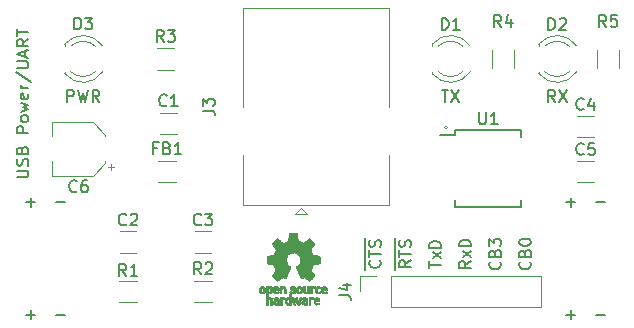
<source format=gto>
%TF.GenerationSoftware,KiCad,Pcbnew,(5.1.10-0-10_14)*%
%TF.CreationDate,2021-05-10T23:18:38+02:00*%
%TF.ProjectId,USB_power_serial_breakout,5553425f-706f-4776-9572-5f7365726961,rev?*%
%TF.SameCoordinates,Original*%
%TF.FileFunction,Legend,Top*%
%TF.FilePolarity,Positive*%
%FSLAX46Y46*%
G04 Gerber Fmt 4.6, Leading zero omitted, Abs format (unit mm)*
G04 Created by KiCad (PCBNEW (5.1.10-0-10_14)) date 2021-05-10 23:18:38*
%MOMM*%
%LPD*%
G01*
G04 APERTURE LIST*
%ADD10C,0.150000*%
%ADD11C,0.120000*%
%ADD12C,0.010000*%
G04 APERTURE END LIST*
D10*
X191857380Y-76699285D02*
X192666904Y-76699285D01*
X192762142Y-76651666D01*
X192809761Y-76604047D01*
X192857380Y-76508809D01*
X192857380Y-76318333D01*
X192809761Y-76223095D01*
X192762142Y-76175476D01*
X192666904Y-76127857D01*
X191857380Y-76127857D01*
X192809761Y-75699285D02*
X192857380Y-75556428D01*
X192857380Y-75318333D01*
X192809761Y-75223095D01*
X192762142Y-75175476D01*
X192666904Y-75127857D01*
X192571666Y-75127857D01*
X192476428Y-75175476D01*
X192428809Y-75223095D01*
X192381190Y-75318333D01*
X192333571Y-75508809D01*
X192285952Y-75604047D01*
X192238333Y-75651666D01*
X192143095Y-75699285D01*
X192047857Y-75699285D01*
X191952619Y-75651666D01*
X191905000Y-75604047D01*
X191857380Y-75508809D01*
X191857380Y-75270714D01*
X191905000Y-75127857D01*
X192333571Y-74365952D02*
X192381190Y-74223095D01*
X192428809Y-74175476D01*
X192524047Y-74127857D01*
X192666904Y-74127857D01*
X192762142Y-74175476D01*
X192809761Y-74223095D01*
X192857380Y-74318333D01*
X192857380Y-74699285D01*
X191857380Y-74699285D01*
X191857380Y-74365952D01*
X191905000Y-74270714D01*
X191952619Y-74223095D01*
X192047857Y-74175476D01*
X192143095Y-74175476D01*
X192238333Y-74223095D01*
X192285952Y-74270714D01*
X192333571Y-74365952D01*
X192333571Y-74699285D01*
X192857380Y-72937380D02*
X191857380Y-72937380D01*
X191857380Y-72556428D01*
X191905000Y-72461190D01*
X191952619Y-72413571D01*
X192047857Y-72365952D01*
X192190714Y-72365952D01*
X192285952Y-72413571D01*
X192333571Y-72461190D01*
X192381190Y-72556428D01*
X192381190Y-72937380D01*
X192857380Y-71794523D02*
X192809761Y-71889761D01*
X192762142Y-71937380D01*
X192666904Y-71985000D01*
X192381190Y-71985000D01*
X192285952Y-71937380D01*
X192238333Y-71889761D01*
X192190714Y-71794523D01*
X192190714Y-71651666D01*
X192238333Y-71556428D01*
X192285952Y-71508809D01*
X192381190Y-71461190D01*
X192666904Y-71461190D01*
X192762142Y-71508809D01*
X192809761Y-71556428D01*
X192857380Y-71651666D01*
X192857380Y-71794523D01*
X192190714Y-71127857D02*
X192857380Y-70937380D01*
X192381190Y-70746904D01*
X192857380Y-70556428D01*
X192190714Y-70365952D01*
X192809761Y-69604047D02*
X192857380Y-69699285D01*
X192857380Y-69889761D01*
X192809761Y-69985000D01*
X192714523Y-70032619D01*
X192333571Y-70032619D01*
X192238333Y-69985000D01*
X192190714Y-69889761D01*
X192190714Y-69699285D01*
X192238333Y-69604047D01*
X192333571Y-69556428D01*
X192428809Y-69556428D01*
X192524047Y-70032619D01*
X192857380Y-69127857D02*
X192190714Y-69127857D01*
X192381190Y-69127857D02*
X192285952Y-69080238D01*
X192238333Y-69032619D01*
X192190714Y-68937380D01*
X192190714Y-68842142D01*
X191809761Y-67794523D02*
X193095476Y-68651666D01*
X191857380Y-67461190D02*
X192666904Y-67461190D01*
X192762142Y-67413571D01*
X192809761Y-67365952D01*
X192857380Y-67270714D01*
X192857380Y-67080238D01*
X192809761Y-66985000D01*
X192762142Y-66937380D01*
X192666904Y-66889761D01*
X191857380Y-66889761D01*
X192571666Y-66461190D02*
X192571666Y-65985000D01*
X192857380Y-66556428D02*
X191857380Y-66223095D01*
X192857380Y-65889761D01*
X192857380Y-64985000D02*
X192381190Y-65318333D01*
X192857380Y-65556428D02*
X191857380Y-65556428D01*
X191857380Y-65175476D01*
X191905000Y-65080238D01*
X191952619Y-65032619D01*
X192047857Y-64985000D01*
X192190714Y-64985000D01*
X192285952Y-65032619D01*
X192333571Y-65080238D01*
X192381190Y-65175476D01*
X192381190Y-65556428D01*
X191857380Y-64699285D02*
X191857380Y-64127857D01*
X192857380Y-64413571D02*
X191857380Y-64413571D01*
X196151666Y-70302380D02*
X196151666Y-69302380D01*
X196532619Y-69302380D01*
X196627857Y-69350000D01*
X196675476Y-69397619D01*
X196723095Y-69492857D01*
X196723095Y-69635714D01*
X196675476Y-69730952D01*
X196627857Y-69778571D01*
X196532619Y-69826190D01*
X196151666Y-69826190D01*
X197056428Y-69302380D02*
X197294523Y-70302380D01*
X197485000Y-69588095D01*
X197675476Y-70302380D01*
X197913571Y-69302380D01*
X198865952Y-70302380D02*
X198532619Y-69826190D01*
X198294523Y-70302380D02*
X198294523Y-69302380D01*
X198675476Y-69302380D01*
X198770714Y-69350000D01*
X198818333Y-69397619D01*
X198865952Y-69492857D01*
X198865952Y-69635714D01*
X198818333Y-69730952D01*
X198770714Y-69778571D01*
X198675476Y-69826190D01*
X198294523Y-69826190D01*
X195199047Y-88336428D02*
X195960952Y-88336428D01*
X192659047Y-88336428D02*
X193420952Y-88336428D01*
X193040000Y-88717380D02*
X193040000Y-87955476D01*
X240919047Y-88336428D02*
X241680952Y-88336428D01*
X238379047Y-88336428D02*
X239140952Y-88336428D01*
X238760000Y-88717380D02*
X238760000Y-87955476D01*
X240919047Y-78811428D02*
X241680952Y-78811428D01*
X238379047Y-78811428D02*
X239140952Y-78811428D01*
X238760000Y-79192380D02*
X238760000Y-78430476D01*
X195199047Y-78811428D02*
X195960952Y-78811428D01*
X192659047Y-78811428D02*
X193420952Y-78811428D01*
X193040000Y-79192380D02*
X193040000Y-78430476D01*
D11*
X228346000Y-72517000D02*
G75*
G03*
X228346000Y-72517000I-127000J0D01*
G01*
D10*
X232767142Y-83851666D02*
X232814761Y-83899285D01*
X232862380Y-84042142D01*
X232862380Y-84137380D01*
X232814761Y-84280238D01*
X232719523Y-84375476D01*
X232624285Y-84423095D01*
X232433809Y-84470714D01*
X232290952Y-84470714D01*
X232100476Y-84423095D01*
X232005238Y-84375476D01*
X231910000Y-84280238D01*
X231862380Y-84137380D01*
X231862380Y-84042142D01*
X231910000Y-83899285D01*
X231957619Y-83851666D01*
X232338571Y-83089761D02*
X232386190Y-82946904D01*
X232433809Y-82899285D01*
X232529047Y-82851666D01*
X232671904Y-82851666D01*
X232767142Y-82899285D01*
X232814761Y-82946904D01*
X232862380Y-83042142D01*
X232862380Y-83423095D01*
X231862380Y-83423095D01*
X231862380Y-83089761D01*
X231910000Y-82994523D01*
X231957619Y-82946904D01*
X232052857Y-82899285D01*
X232148095Y-82899285D01*
X232243333Y-82946904D01*
X232290952Y-82994523D01*
X232338571Y-83089761D01*
X232338571Y-83423095D01*
X231862380Y-82518333D02*
X231862380Y-81899285D01*
X232243333Y-82232619D01*
X232243333Y-82089761D01*
X232290952Y-81994523D01*
X232338571Y-81946904D01*
X232433809Y-81899285D01*
X232671904Y-81899285D01*
X232767142Y-81946904D01*
X232814761Y-81994523D01*
X232862380Y-82089761D01*
X232862380Y-82375476D01*
X232814761Y-82470714D01*
X232767142Y-82518333D01*
X235307142Y-83851666D02*
X235354761Y-83899285D01*
X235402380Y-84042142D01*
X235402380Y-84137380D01*
X235354761Y-84280238D01*
X235259523Y-84375476D01*
X235164285Y-84423095D01*
X234973809Y-84470714D01*
X234830952Y-84470714D01*
X234640476Y-84423095D01*
X234545238Y-84375476D01*
X234450000Y-84280238D01*
X234402380Y-84137380D01*
X234402380Y-84042142D01*
X234450000Y-83899285D01*
X234497619Y-83851666D01*
X234878571Y-83089761D02*
X234926190Y-82946904D01*
X234973809Y-82899285D01*
X235069047Y-82851666D01*
X235211904Y-82851666D01*
X235307142Y-82899285D01*
X235354761Y-82946904D01*
X235402380Y-83042142D01*
X235402380Y-83423095D01*
X234402380Y-83423095D01*
X234402380Y-83089761D01*
X234450000Y-82994523D01*
X234497619Y-82946904D01*
X234592857Y-82899285D01*
X234688095Y-82899285D01*
X234783333Y-82946904D01*
X234830952Y-82994523D01*
X234878571Y-83089761D01*
X234878571Y-83423095D01*
X234402380Y-82232619D02*
X234402380Y-82137380D01*
X234450000Y-82042142D01*
X234497619Y-81994523D01*
X234592857Y-81946904D01*
X234783333Y-81899285D01*
X235021428Y-81899285D01*
X235211904Y-81946904D01*
X235307142Y-81994523D01*
X235354761Y-82042142D01*
X235402380Y-82137380D01*
X235402380Y-82232619D01*
X235354761Y-82327857D01*
X235307142Y-82375476D01*
X235211904Y-82423095D01*
X235021428Y-82470714D01*
X234783333Y-82470714D01*
X234592857Y-82423095D01*
X234497619Y-82375476D01*
X234450000Y-82327857D01*
X234402380Y-82232619D01*
X226782380Y-84375476D02*
X226782380Y-83804047D01*
X227782380Y-84089761D02*
X226782380Y-84089761D01*
X227782380Y-83565952D02*
X227115714Y-83042142D01*
X227115714Y-83565952D02*
X227782380Y-83042142D01*
X227782380Y-82661190D02*
X226782380Y-82661190D01*
X226782380Y-82423095D01*
X226830000Y-82280238D01*
X226925238Y-82185000D01*
X227020476Y-82137380D01*
X227210952Y-82089761D01*
X227353809Y-82089761D01*
X227544285Y-82137380D01*
X227639523Y-82185000D01*
X227734761Y-82280238D01*
X227782380Y-82423095D01*
X227782380Y-82661190D01*
X230322380Y-83780238D02*
X229846190Y-84113571D01*
X230322380Y-84351666D02*
X229322380Y-84351666D01*
X229322380Y-83970714D01*
X229370000Y-83875476D01*
X229417619Y-83827857D01*
X229512857Y-83780238D01*
X229655714Y-83780238D01*
X229750952Y-83827857D01*
X229798571Y-83875476D01*
X229846190Y-83970714D01*
X229846190Y-84351666D01*
X230322380Y-83446904D02*
X229655714Y-82923095D01*
X229655714Y-83446904D02*
X230322380Y-82923095D01*
X230322380Y-82542142D02*
X229322380Y-82542142D01*
X229322380Y-82304047D01*
X229370000Y-82161190D01*
X229465238Y-82065952D01*
X229560476Y-82018333D01*
X229750952Y-81970714D01*
X229893809Y-81970714D01*
X230084285Y-82018333D01*
X230179523Y-82065952D01*
X230274761Y-82161190D01*
X230322380Y-82304047D01*
X230322380Y-82542142D01*
X221335000Y-84542142D02*
X221335000Y-83542142D01*
X222607142Y-83732619D02*
X222654761Y-83780238D01*
X222702380Y-83923095D01*
X222702380Y-84018333D01*
X222654761Y-84161190D01*
X222559523Y-84256428D01*
X222464285Y-84304047D01*
X222273809Y-84351666D01*
X222130952Y-84351666D01*
X221940476Y-84304047D01*
X221845238Y-84256428D01*
X221750000Y-84161190D01*
X221702380Y-84018333D01*
X221702380Y-83923095D01*
X221750000Y-83780238D01*
X221797619Y-83732619D01*
X221335000Y-83542142D02*
X221335000Y-82780238D01*
X221702380Y-83446904D02*
X221702380Y-82875476D01*
X222702380Y-83161190D02*
X221702380Y-83161190D01*
X221335000Y-82780238D02*
X221335000Y-81827857D01*
X222654761Y-82589761D02*
X222702380Y-82446904D01*
X222702380Y-82208809D01*
X222654761Y-82113571D01*
X222607142Y-82065952D01*
X222511904Y-82018333D01*
X222416666Y-82018333D01*
X222321428Y-82065952D01*
X222273809Y-82113571D01*
X222226190Y-82208809D01*
X222178571Y-82399285D01*
X222130952Y-82494523D01*
X222083333Y-82542142D01*
X221988095Y-82589761D01*
X221892857Y-82589761D01*
X221797619Y-82542142D01*
X221750000Y-82494523D01*
X221702380Y-82399285D01*
X221702380Y-82161190D01*
X221750000Y-82018333D01*
X223875000Y-84542142D02*
X223875000Y-83542142D01*
X225242380Y-83732619D02*
X224766190Y-84065952D01*
X225242380Y-84304047D02*
X224242380Y-84304047D01*
X224242380Y-83923095D01*
X224290000Y-83827857D01*
X224337619Y-83780238D01*
X224432857Y-83732619D01*
X224575714Y-83732619D01*
X224670952Y-83780238D01*
X224718571Y-83827857D01*
X224766190Y-83923095D01*
X224766190Y-84304047D01*
X223875000Y-83542142D02*
X223875000Y-82780238D01*
X224242380Y-83446904D02*
X224242380Y-82875476D01*
X225242380Y-83161190D02*
X224242380Y-83161190D01*
X223875000Y-82780238D02*
X223875000Y-81827857D01*
X225194761Y-82589761D02*
X225242380Y-82446904D01*
X225242380Y-82208809D01*
X225194761Y-82113571D01*
X225147142Y-82065952D01*
X225051904Y-82018333D01*
X224956666Y-82018333D01*
X224861428Y-82065952D01*
X224813809Y-82113571D01*
X224766190Y-82208809D01*
X224718571Y-82399285D01*
X224670952Y-82494523D01*
X224623333Y-82542142D01*
X224528095Y-82589761D01*
X224432857Y-82589761D01*
X224337619Y-82542142D01*
X224290000Y-82494523D01*
X224242380Y-82399285D01*
X224242380Y-82161190D01*
X224290000Y-82018333D01*
X237450333Y-70302380D02*
X237117000Y-69826190D01*
X236878904Y-70302380D02*
X236878904Y-69302380D01*
X237259857Y-69302380D01*
X237355095Y-69350000D01*
X237402714Y-69397619D01*
X237450333Y-69492857D01*
X237450333Y-69635714D01*
X237402714Y-69730952D01*
X237355095Y-69778571D01*
X237259857Y-69826190D01*
X236878904Y-69826190D01*
X237783666Y-69302380D02*
X238450333Y-70302380D01*
X238450333Y-69302380D02*
X237783666Y-70302380D01*
X227838095Y-69302380D02*
X228409523Y-69302380D01*
X228123809Y-70302380D02*
X228123809Y-69302380D01*
X228647619Y-69302380D02*
X229314285Y-70302380D01*
X229314285Y-69302380D02*
X228647619Y-70302380D01*
D12*
%TO.C,REF\u002A\u002A*%
G36*
X215641964Y-81745018D02*
G01*
X215698812Y-82046570D01*
X216118338Y-82219512D01*
X216369984Y-82048395D01*
X216440458Y-82000750D01*
X216504163Y-81958210D01*
X216558126Y-81922715D01*
X216599373Y-81896210D01*
X216624934Y-81880636D01*
X216631895Y-81877278D01*
X216644435Y-81885914D01*
X216671231Y-81909792D01*
X216709280Y-81945859D01*
X216755579Y-81991067D01*
X216807123Y-82042364D01*
X216860909Y-82096701D01*
X216913935Y-82151028D01*
X216963195Y-82202295D01*
X217005687Y-82247451D01*
X217038407Y-82283446D01*
X217058351Y-82307230D01*
X217063119Y-82315190D01*
X217056257Y-82329865D01*
X217037020Y-82362014D01*
X217007430Y-82408492D01*
X216969510Y-82466156D01*
X216925282Y-82531860D01*
X216899654Y-82569336D01*
X216852941Y-82637768D01*
X216811432Y-82699520D01*
X216777140Y-82751519D01*
X216752080Y-82790692D01*
X216738264Y-82813965D01*
X216736188Y-82818855D01*
X216740895Y-82832755D01*
X216753723Y-82865150D01*
X216772738Y-82911485D01*
X216796003Y-82967206D01*
X216821584Y-83027758D01*
X216847545Y-83088586D01*
X216871950Y-83145136D01*
X216892863Y-83192852D01*
X216908349Y-83227181D01*
X216916472Y-83243568D01*
X216916952Y-83244212D01*
X216929707Y-83247341D01*
X216963677Y-83254321D01*
X217015340Y-83264467D01*
X217081176Y-83277092D01*
X217157664Y-83291509D01*
X217202290Y-83299823D01*
X217284021Y-83315384D01*
X217357843Y-83330192D01*
X217420021Y-83343436D01*
X217466822Y-83354305D01*
X217494509Y-83361989D01*
X217500074Y-83364427D01*
X217505526Y-83380930D01*
X217509924Y-83418200D01*
X217513272Y-83471880D01*
X217515574Y-83537612D01*
X217516832Y-83611037D01*
X217517048Y-83687796D01*
X217516227Y-83763532D01*
X217514371Y-83833886D01*
X217511482Y-83894500D01*
X217507565Y-83941016D01*
X217502622Y-83969075D01*
X217499657Y-83974916D01*
X217481934Y-83981917D01*
X217444381Y-83991927D01*
X217391964Y-84003769D01*
X217329652Y-84016267D01*
X217307900Y-84020310D01*
X217203024Y-84039520D01*
X217120180Y-84054991D01*
X217056630Y-84067337D01*
X217009637Y-84077173D01*
X216976463Y-84085114D01*
X216954371Y-84091776D01*
X216940624Y-84097773D01*
X216932484Y-84103719D01*
X216931345Y-84104894D01*
X216919977Y-84123826D01*
X216902635Y-84160669D01*
X216881050Y-84210913D01*
X216856954Y-84270046D01*
X216832079Y-84333556D01*
X216808157Y-84396932D01*
X216786919Y-84455662D01*
X216770097Y-84505235D01*
X216759422Y-84541139D01*
X216756627Y-84558862D01*
X216756860Y-84559483D01*
X216766331Y-84573970D01*
X216787818Y-84605844D01*
X216819063Y-84651789D01*
X216857807Y-84708485D01*
X216901793Y-84772617D01*
X216914319Y-84790842D01*
X216958984Y-84856914D01*
X216998288Y-84917200D01*
X217030088Y-84968235D01*
X217052245Y-85006560D01*
X217062617Y-85028711D01*
X217063119Y-85031432D01*
X217054405Y-85045736D01*
X217030325Y-85074072D01*
X216993976Y-85113396D01*
X216948453Y-85160661D01*
X216896852Y-85212823D01*
X216842267Y-85266835D01*
X216787794Y-85319653D01*
X216736529Y-85368231D01*
X216691567Y-85409523D01*
X216656004Y-85440485D01*
X216632935Y-85458070D01*
X216626554Y-85460941D01*
X216611699Y-85454178D01*
X216581286Y-85435939D01*
X216540268Y-85409297D01*
X216508709Y-85387852D01*
X216451525Y-85348503D01*
X216383806Y-85302171D01*
X216315880Y-85255913D01*
X216279361Y-85231155D01*
X216155752Y-85147547D01*
X216051991Y-85203650D01*
X216004720Y-85228228D01*
X215964523Y-85247331D01*
X215937326Y-85258227D01*
X215930402Y-85259743D01*
X215922077Y-85248549D01*
X215905654Y-85216917D01*
X215882357Y-85167765D01*
X215853414Y-85104010D01*
X215820050Y-85028571D01*
X215783491Y-84944364D01*
X215744964Y-84854308D01*
X215705694Y-84761321D01*
X215666908Y-84668320D01*
X215629830Y-84578223D01*
X215595689Y-84493948D01*
X215565708Y-84418413D01*
X215541116Y-84354534D01*
X215523136Y-84305231D01*
X215512997Y-84273421D01*
X215511366Y-84262496D01*
X215524291Y-84248561D01*
X215552589Y-84225940D01*
X215590346Y-84199333D01*
X215593515Y-84197228D01*
X215691100Y-84119114D01*
X215769786Y-84027982D01*
X215828891Y-83926745D01*
X215867732Y-83818318D01*
X215885628Y-83705614D01*
X215881897Y-83591548D01*
X215855857Y-83479034D01*
X215806825Y-83370985D01*
X215792400Y-83347345D01*
X215717369Y-83251887D01*
X215628730Y-83175232D01*
X215529549Y-83117780D01*
X215422895Y-83079929D01*
X215311836Y-83062078D01*
X215199439Y-83064625D01*
X215088773Y-83087970D01*
X214982906Y-83132510D01*
X214884905Y-83198645D01*
X214854590Y-83225487D01*
X214777438Y-83309512D01*
X214721218Y-83397966D01*
X214682653Y-83497115D01*
X214661174Y-83595303D01*
X214655872Y-83705697D01*
X214673552Y-83816640D01*
X214712419Y-83924381D01*
X214770677Y-84025169D01*
X214846531Y-84115256D01*
X214938183Y-84190892D01*
X214950228Y-84198864D01*
X214988389Y-84224974D01*
X215017399Y-84247595D01*
X215031268Y-84262039D01*
X215031469Y-84262496D01*
X215028492Y-84278121D01*
X215016689Y-84313582D01*
X214997286Y-84365962D01*
X214971512Y-84432345D01*
X214940591Y-84509814D01*
X214905751Y-84595450D01*
X214868217Y-84686337D01*
X214829217Y-84779559D01*
X214789977Y-84872197D01*
X214751724Y-84961335D01*
X214715683Y-85044055D01*
X214683083Y-85117441D01*
X214655148Y-85178575D01*
X214633105Y-85224541D01*
X214618182Y-85252421D01*
X214612172Y-85259743D01*
X214593809Y-85254041D01*
X214559448Y-85238749D01*
X214515016Y-85216599D01*
X214490583Y-85203650D01*
X214386822Y-85147547D01*
X214263213Y-85231155D01*
X214200114Y-85273987D01*
X214131030Y-85321122D01*
X214066293Y-85365503D01*
X214033866Y-85387852D01*
X213988259Y-85418477D01*
X213949640Y-85442747D01*
X213923048Y-85457587D01*
X213914410Y-85460724D01*
X213901839Y-85452261D01*
X213874016Y-85428636D01*
X213833639Y-85392302D01*
X213783405Y-85345711D01*
X213726012Y-85291317D01*
X213689714Y-85256392D01*
X213626210Y-85193996D01*
X213571327Y-85138188D01*
X213527286Y-85091354D01*
X213496305Y-85055882D01*
X213480602Y-85034161D01*
X213479095Y-85029752D01*
X213486086Y-85012985D01*
X213505406Y-84979082D01*
X213534909Y-84931476D01*
X213572455Y-84873599D01*
X213615900Y-84808884D01*
X213628255Y-84790842D01*
X213673273Y-84725267D01*
X213713660Y-84666228D01*
X213747160Y-84617042D01*
X213771514Y-84581028D01*
X213784464Y-84561502D01*
X213785715Y-84559483D01*
X213783844Y-84543922D01*
X213773913Y-84509709D01*
X213757653Y-84461355D01*
X213736795Y-84403371D01*
X213713073Y-84340270D01*
X213688216Y-84276563D01*
X213663958Y-84216761D01*
X213642029Y-84165376D01*
X213624162Y-84126919D01*
X213612087Y-84105902D01*
X213611229Y-84104894D01*
X213603846Y-84098888D01*
X213591375Y-84092948D01*
X213571080Y-84086460D01*
X213540222Y-84078809D01*
X213496066Y-84069380D01*
X213435874Y-84057559D01*
X213356907Y-84042729D01*
X213256430Y-84024277D01*
X213234675Y-84020310D01*
X213170198Y-84007853D01*
X213113989Y-83995666D01*
X213071013Y-83984926D01*
X213046240Y-83976809D01*
X213042918Y-83974916D01*
X213037444Y-83958138D01*
X213032994Y-83920645D01*
X213029572Y-83866794D01*
X213027181Y-83800944D01*
X213025823Y-83727453D01*
X213025501Y-83650680D01*
X213026219Y-83574983D01*
X213027979Y-83504720D01*
X213030784Y-83444250D01*
X213034638Y-83397930D01*
X213039543Y-83370119D01*
X213042500Y-83364427D01*
X213058963Y-83358686D01*
X213096449Y-83349345D01*
X213151225Y-83337215D01*
X213219555Y-83323107D01*
X213297706Y-83307830D01*
X213340284Y-83299823D01*
X213421071Y-83284721D01*
X213493113Y-83271040D01*
X213552889Y-83259467D01*
X213596879Y-83250687D01*
X213621561Y-83245387D01*
X213625623Y-83244212D01*
X213632489Y-83230965D01*
X213647002Y-83199057D01*
X213667229Y-83153047D01*
X213691234Y-83097492D01*
X213717082Y-83036953D01*
X213742840Y-82975986D01*
X213766573Y-82919151D01*
X213786346Y-82871006D01*
X213800224Y-82836110D01*
X213806274Y-82819021D01*
X213806386Y-82818274D01*
X213799528Y-82804793D01*
X213780302Y-82773770D01*
X213750728Y-82728289D01*
X213712827Y-82671432D01*
X213668620Y-82606283D01*
X213642921Y-82568862D01*
X213596093Y-82500247D01*
X213554501Y-82437952D01*
X213520175Y-82385129D01*
X213495143Y-82344927D01*
X213481435Y-82320500D01*
X213479456Y-82315024D01*
X213487966Y-82302278D01*
X213511493Y-82275063D01*
X213547032Y-82236428D01*
X213591577Y-82189423D01*
X213642123Y-82137095D01*
X213695664Y-82082495D01*
X213749195Y-82028670D01*
X213799711Y-81978670D01*
X213844206Y-81935543D01*
X213879675Y-81902339D01*
X213903113Y-81882106D01*
X213910954Y-81877278D01*
X213923720Y-81884067D01*
X213954256Y-81903142D01*
X213999590Y-81932561D01*
X214056756Y-81970381D01*
X214122784Y-82014661D01*
X214172590Y-82048395D01*
X214424236Y-82219512D01*
X214633999Y-82133041D01*
X214843763Y-82046570D01*
X214900611Y-81745018D01*
X214957460Y-81443466D01*
X215585115Y-81443466D01*
X215641964Y-81745018D01*
G37*
X215641964Y-81745018D02*
X215698812Y-82046570D01*
X216118338Y-82219512D01*
X216369984Y-82048395D01*
X216440458Y-82000750D01*
X216504163Y-81958210D01*
X216558126Y-81922715D01*
X216599373Y-81896210D01*
X216624934Y-81880636D01*
X216631895Y-81877278D01*
X216644435Y-81885914D01*
X216671231Y-81909792D01*
X216709280Y-81945859D01*
X216755579Y-81991067D01*
X216807123Y-82042364D01*
X216860909Y-82096701D01*
X216913935Y-82151028D01*
X216963195Y-82202295D01*
X217005687Y-82247451D01*
X217038407Y-82283446D01*
X217058351Y-82307230D01*
X217063119Y-82315190D01*
X217056257Y-82329865D01*
X217037020Y-82362014D01*
X217007430Y-82408492D01*
X216969510Y-82466156D01*
X216925282Y-82531860D01*
X216899654Y-82569336D01*
X216852941Y-82637768D01*
X216811432Y-82699520D01*
X216777140Y-82751519D01*
X216752080Y-82790692D01*
X216738264Y-82813965D01*
X216736188Y-82818855D01*
X216740895Y-82832755D01*
X216753723Y-82865150D01*
X216772738Y-82911485D01*
X216796003Y-82967206D01*
X216821584Y-83027758D01*
X216847545Y-83088586D01*
X216871950Y-83145136D01*
X216892863Y-83192852D01*
X216908349Y-83227181D01*
X216916472Y-83243568D01*
X216916952Y-83244212D01*
X216929707Y-83247341D01*
X216963677Y-83254321D01*
X217015340Y-83264467D01*
X217081176Y-83277092D01*
X217157664Y-83291509D01*
X217202290Y-83299823D01*
X217284021Y-83315384D01*
X217357843Y-83330192D01*
X217420021Y-83343436D01*
X217466822Y-83354305D01*
X217494509Y-83361989D01*
X217500074Y-83364427D01*
X217505526Y-83380930D01*
X217509924Y-83418200D01*
X217513272Y-83471880D01*
X217515574Y-83537612D01*
X217516832Y-83611037D01*
X217517048Y-83687796D01*
X217516227Y-83763532D01*
X217514371Y-83833886D01*
X217511482Y-83894500D01*
X217507565Y-83941016D01*
X217502622Y-83969075D01*
X217499657Y-83974916D01*
X217481934Y-83981917D01*
X217444381Y-83991927D01*
X217391964Y-84003769D01*
X217329652Y-84016267D01*
X217307900Y-84020310D01*
X217203024Y-84039520D01*
X217120180Y-84054991D01*
X217056630Y-84067337D01*
X217009637Y-84077173D01*
X216976463Y-84085114D01*
X216954371Y-84091776D01*
X216940624Y-84097773D01*
X216932484Y-84103719D01*
X216931345Y-84104894D01*
X216919977Y-84123826D01*
X216902635Y-84160669D01*
X216881050Y-84210913D01*
X216856954Y-84270046D01*
X216832079Y-84333556D01*
X216808157Y-84396932D01*
X216786919Y-84455662D01*
X216770097Y-84505235D01*
X216759422Y-84541139D01*
X216756627Y-84558862D01*
X216756860Y-84559483D01*
X216766331Y-84573970D01*
X216787818Y-84605844D01*
X216819063Y-84651789D01*
X216857807Y-84708485D01*
X216901793Y-84772617D01*
X216914319Y-84790842D01*
X216958984Y-84856914D01*
X216998288Y-84917200D01*
X217030088Y-84968235D01*
X217052245Y-85006560D01*
X217062617Y-85028711D01*
X217063119Y-85031432D01*
X217054405Y-85045736D01*
X217030325Y-85074072D01*
X216993976Y-85113396D01*
X216948453Y-85160661D01*
X216896852Y-85212823D01*
X216842267Y-85266835D01*
X216787794Y-85319653D01*
X216736529Y-85368231D01*
X216691567Y-85409523D01*
X216656004Y-85440485D01*
X216632935Y-85458070D01*
X216626554Y-85460941D01*
X216611699Y-85454178D01*
X216581286Y-85435939D01*
X216540268Y-85409297D01*
X216508709Y-85387852D01*
X216451525Y-85348503D01*
X216383806Y-85302171D01*
X216315880Y-85255913D01*
X216279361Y-85231155D01*
X216155752Y-85147547D01*
X216051991Y-85203650D01*
X216004720Y-85228228D01*
X215964523Y-85247331D01*
X215937326Y-85258227D01*
X215930402Y-85259743D01*
X215922077Y-85248549D01*
X215905654Y-85216917D01*
X215882357Y-85167765D01*
X215853414Y-85104010D01*
X215820050Y-85028571D01*
X215783491Y-84944364D01*
X215744964Y-84854308D01*
X215705694Y-84761321D01*
X215666908Y-84668320D01*
X215629830Y-84578223D01*
X215595689Y-84493948D01*
X215565708Y-84418413D01*
X215541116Y-84354534D01*
X215523136Y-84305231D01*
X215512997Y-84273421D01*
X215511366Y-84262496D01*
X215524291Y-84248561D01*
X215552589Y-84225940D01*
X215590346Y-84199333D01*
X215593515Y-84197228D01*
X215691100Y-84119114D01*
X215769786Y-84027982D01*
X215828891Y-83926745D01*
X215867732Y-83818318D01*
X215885628Y-83705614D01*
X215881897Y-83591548D01*
X215855857Y-83479034D01*
X215806825Y-83370985D01*
X215792400Y-83347345D01*
X215717369Y-83251887D01*
X215628730Y-83175232D01*
X215529549Y-83117780D01*
X215422895Y-83079929D01*
X215311836Y-83062078D01*
X215199439Y-83064625D01*
X215088773Y-83087970D01*
X214982906Y-83132510D01*
X214884905Y-83198645D01*
X214854590Y-83225487D01*
X214777438Y-83309512D01*
X214721218Y-83397966D01*
X214682653Y-83497115D01*
X214661174Y-83595303D01*
X214655872Y-83705697D01*
X214673552Y-83816640D01*
X214712419Y-83924381D01*
X214770677Y-84025169D01*
X214846531Y-84115256D01*
X214938183Y-84190892D01*
X214950228Y-84198864D01*
X214988389Y-84224974D01*
X215017399Y-84247595D01*
X215031268Y-84262039D01*
X215031469Y-84262496D01*
X215028492Y-84278121D01*
X215016689Y-84313582D01*
X214997286Y-84365962D01*
X214971512Y-84432345D01*
X214940591Y-84509814D01*
X214905751Y-84595450D01*
X214868217Y-84686337D01*
X214829217Y-84779559D01*
X214789977Y-84872197D01*
X214751724Y-84961335D01*
X214715683Y-85044055D01*
X214683083Y-85117441D01*
X214655148Y-85178575D01*
X214633105Y-85224541D01*
X214618182Y-85252421D01*
X214612172Y-85259743D01*
X214593809Y-85254041D01*
X214559448Y-85238749D01*
X214515016Y-85216599D01*
X214490583Y-85203650D01*
X214386822Y-85147547D01*
X214263213Y-85231155D01*
X214200114Y-85273987D01*
X214131030Y-85321122D01*
X214066293Y-85365503D01*
X214033866Y-85387852D01*
X213988259Y-85418477D01*
X213949640Y-85442747D01*
X213923048Y-85457587D01*
X213914410Y-85460724D01*
X213901839Y-85452261D01*
X213874016Y-85428636D01*
X213833639Y-85392302D01*
X213783405Y-85345711D01*
X213726012Y-85291317D01*
X213689714Y-85256392D01*
X213626210Y-85193996D01*
X213571327Y-85138188D01*
X213527286Y-85091354D01*
X213496305Y-85055882D01*
X213480602Y-85034161D01*
X213479095Y-85029752D01*
X213486086Y-85012985D01*
X213505406Y-84979082D01*
X213534909Y-84931476D01*
X213572455Y-84873599D01*
X213615900Y-84808884D01*
X213628255Y-84790842D01*
X213673273Y-84725267D01*
X213713660Y-84666228D01*
X213747160Y-84617042D01*
X213771514Y-84581028D01*
X213784464Y-84561502D01*
X213785715Y-84559483D01*
X213783844Y-84543922D01*
X213773913Y-84509709D01*
X213757653Y-84461355D01*
X213736795Y-84403371D01*
X213713073Y-84340270D01*
X213688216Y-84276563D01*
X213663958Y-84216761D01*
X213642029Y-84165376D01*
X213624162Y-84126919D01*
X213612087Y-84105902D01*
X213611229Y-84104894D01*
X213603846Y-84098888D01*
X213591375Y-84092948D01*
X213571080Y-84086460D01*
X213540222Y-84078809D01*
X213496066Y-84069380D01*
X213435874Y-84057559D01*
X213356907Y-84042729D01*
X213256430Y-84024277D01*
X213234675Y-84020310D01*
X213170198Y-84007853D01*
X213113989Y-83995666D01*
X213071013Y-83984926D01*
X213046240Y-83976809D01*
X213042918Y-83974916D01*
X213037444Y-83958138D01*
X213032994Y-83920645D01*
X213029572Y-83866794D01*
X213027181Y-83800944D01*
X213025823Y-83727453D01*
X213025501Y-83650680D01*
X213026219Y-83574983D01*
X213027979Y-83504720D01*
X213030784Y-83444250D01*
X213034638Y-83397930D01*
X213039543Y-83370119D01*
X213042500Y-83364427D01*
X213058963Y-83358686D01*
X213096449Y-83349345D01*
X213151225Y-83337215D01*
X213219555Y-83323107D01*
X213297706Y-83307830D01*
X213340284Y-83299823D01*
X213421071Y-83284721D01*
X213493113Y-83271040D01*
X213552889Y-83259467D01*
X213596879Y-83250687D01*
X213621561Y-83245387D01*
X213625623Y-83244212D01*
X213632489Y-83230965D01*
X213647002Y-83199057D01*
X213667229Y-83153047D01*
X213691234Y-83097492D01*
X213717082Y-83036953D01*
X213742840Y-82975986D01*
X213766573Y-82919151D01*
X213786346Y-82871006D01*
X213800224Y-82836110D01*
X213806274Y-82819021D01*
X213806386Y-82818274D01*
X213799528Y-82804793D01*
X213780302Y-82773770D01*
X213750728Y-82728289D01*
X213712827Y-82671432D01*
X213668620Y-82606283D01*
X213642921Y-82568862D01*
X213596093Y-82500247D01*
X213554501Y-82437952D01*
X213520175Y-82385129D01*
X213495143Y-82344927D01*
X213481435Y-82320500D01*
X213479456Y-82315024D01*
X213487966Y-82302278D01*
X213511493Y-82275063D01*
X213547032Y-82236428D01*
X213591577Y-82189423D01*
X213642123Y-82137095D01*
X213695664Y-82082495D01*
X213749195Y-82028670D01*
X213799711Y-81978670D01*
X213844206Y-81935543D01*
X213879675Y-81902339D01*
X213903113Y-81882106D01*
X213910954Y-81877278D01*
X213923720Y-81884067D01*
X213954256Y-81903142D01*
X213999590Y-81932561D01*
X214056756Y-81970381D01*
X214122784Y-82014661D01*
X214172590Y-82048395D01*
X214424236Y-82219512D01*
X214633999Y-82133041D01*
X214843763Y-82046570D01*
X214900611Y-81745018D01*
X214957460Y-81443466D01*
X215585115Y-81443466D01*
X215641964Y-81745018D01*
G36*
X217064460Y-85913030D02*
G01*
X217107711Y-85926245D01*
X217135558Y-85942941D01*
X217144629Y-85956145D01*
X217142132Y-85971797D01*
X217125931Y-85996385D01*
X217112232Y-86013800D01*
X217083992Y-86045283D01*
X217062775Y-86058529D01*
X217044688Y-86057664D01*
X216991035Y-86044010D01*
X216951630Y-86044630D01*
X216919632Y-86060104D01*
X216908890Y-86069161D01*
X216874505Y-86101027D01*
X216874505Y-86517179D01*
X216736188Y-86517179D01*
X216736188Y-85913614D01*
X216805347Y-85913614D01*
X216846869Y-85915256D01*
X216868291Y-85921087D01*
X216874502Y-85932461D01*
X216874505Y-85932798D01*
X216877439Y-85944713D01*
X216890704Y-85943159D01*
X216909084Y-85934563D01*
X216947046Y-85918568D01*
X216977872Y-85908945D01*
X217017536Y-85906478D01*
X217064460Y-85913030D01*
G37*
X217064460Y-85913030D02*
X217107711Y-85926245D01*
X217135558Y-85942941D01*
X217144629Y-85956145D01*
X217142132Y-85971797D01*
X217125931Y-85996385D01*
X217112232Y-86013800D01*
X217083992Y-86045283D01*
X217062775Y-86058529D01*
X217044688Y-86057664D01*
X216991035Y-86044010D01*
X216951630Y-86044630D01*
X216919632Y-86060104D01*
X216908890Y-86069161D01*
X216874505Y-86101027D01*
X216874505Y-86517179D01*
X216736188Y-86517179D01*
X216736188Y-85913614D01*
X216805347Y-85913614D01*
X216846869Y-85915256D01*
X216868291Y-85921087D01*
X216874502Y-85932461D01*
X216874505Y-85932798D01*
X216877439Y-85944713D01*
X216890704Y-85943159D01*
X216909084Y-85934563D01*
X216947046Y-85918568D01*
X216977872Y-85908945D01*
X217017536Y-85906478D01*
X217064460Y-85913030D01*
G36*
X214510988Y-85924002D02*
G01*
X214542283Y-85938950D01*
X214572591Y-85960541D01*
X214595682Y-85985391D01*
X214612500Y-86017087D01*
X214623994Y-86059214D01*
X214631109Y-86115358D01*
X214634793Y-86189106D01*
X214635992Y-86284044D01*
X214636011Y-86293985D01*
X214636287Y-86517179D01*
X214497970Y-86517179D01*
X214497970Y-86311418D01*
X214497872Y-86235189D01*
X214497191Y-86179939D01*
X214495349Y-86141501D01*
X214491767Y-86115706D01*
X214485868Y-86098384D01*
X214477073Y-86085368D01*
X214464820Y-86072507D01*
X214421953Y-86044873D01*
X214375157Y-86039745D01*
X214330576Y-86057217D01*
X214315072Y-86070221D01*
X214303690Y-86082447D01*
X214295519Y-86095540D01*
X214290026Y-86113615D01*
X214286680Y-86140787D01*
X214284949Y-86181170D01*
X214284303Y-86238879D01*
X214284208Y-86309132D01*
X214284208Y-86517179D01*
X214145891Y-86517179D01*
X214145891Y-85913614D01*
X214215050Y-85913614D01*
X214256572Y-85915256D01*
X214277994Y-85921087D01*
X214284205Y-85932461D01*
X214284208Y-85932798D01*
X214287090Y-85943938D01*
X214299801Y-85942674D01*
X214325074Y-85930434D01*
X214382395Y-85912424D01*
X214447963Y-85910421D01*
X214510988Y-85924002D01*
G37*
X214510988Y-85924002D02*
X214542283Y-85938950D01*
X214572591Y-85960541D01*
X214595682Y-85985391D01*
X214612500Y-86017087D01*
X214623994Y-86059214D01*
X214631109Y-86115358D01*
X214634793Y-86189106D01*
X214635992Y-86284044D01*
X214636011Y-86293985D01*
X214636287Y-86517179D01*
X214497970Y-86517179D01*
X214497970Y-86311418D01*
X214497872Y-86235189D01*
X214497191Y-86179939D01*
X214495349Y-86141501D01*
X214491767Y-86115706D01*
X214485868Y-86098384D01*
X214477073Y-86085368D01*
X214464820Y-86072507D01*
X214421953Y-86044873D01*
X214375157Y-86039745D01*
X214330576Y-86057217D01*
X214315072Y-86070221D01*
X214303690Y-86082447D01*
X214295519Y-86095540D01*
X214290026Y-86113615D01*
X214286680Y-86140787D01*
X214284949Y-86181170D01*
X214284303Y-86238879D01*
X214284208Y-86309132D01*
X214284208Y-86517179D01*
X214145891Y-86517179D01*
X214145891Y-85913614D01*
X214215050Y-85913614D01*
X214256572Y-85915256D01*
X214277994Y-85921087D01*
X214284205Y-85932461D01*
X214284208Y-85932798D01*
X214287090Y-85943938D01*
X214299801Y-85942674D01*
X214325074Y-85930434D01*
X214382395Y-85912424D01*
X214447963Y-85910421D01*
X214510988Y-85924002D01*
G36*
X217942898Y-85911457D02*
G01*
X217975096Y-85919279D01*
X218036825Y-85947921D01*
X218089610Y-85991667D01*
X218126141Y-86044117D01*
X218131160Y-86055893D01*
X218138045Y-86086740D01*
X218142864Y-86132371D01*
X218144505Y-86178492D01*
X218144505Y-86265693D01*
X217962178Y-86265693D01*
X217886979Y-86265978D01*
X217834003Y-86267704D01*
X217800325Y-86272181D01*
X217783020Y-86280720D01*
X217779163Y-86294630D01*
X217785829Y-86315222D01*
X217797770Y-86339315D01*
X217831080Y-86379525D01*
X217877368Y-86399558D01*
X217933944Y-86398905D01*
X217998031Y-86377101D01*
X218053417Y-86350193D01*
X218099375Y-86386532D01*
X218145333Y-86422872D01*
X218102096Y-86462819D01*
X218044374Y-86500563D01*
X217973386Y-86523320D01*
X217897029Y-86529688D01*
X217823199Y-86518268D01*
X217811287Y-86514393D01*
X217746399Y-86480506D01*
X217698130Y-86429986D01*
X217665465Y-86361325D01*
X217647385Y-86273014D01*
X217647175Y-86271121D01*
X217645556Y-86174878D01*
X217652100Y-86140542D01*
X217779852Y-86140542D01*
X217791584Y-86145822D01*
X217823438Y-86149867D01*
X217870397Y-86152176D01*
X217900154Y-86152525D01*
X217955648Y-86152306D01*
X217990346Y-86150916D01*
X218008601Y-86147251D01*
X218014766Y-86140210D01*
X218013195Y-86128690D01*
X218011878Y-86124233D01*
X217989382Y-86082355D01*
X217954003Y-86048604D01*
X217922780Y-86033773D01*
X217881301Y-86034668D01*
X217839269Y-86053164D01*
X217804012Y-86083786D01*
X217782854Y-86121062D01*
X217779852Y-86140542D01*
X217652100Y-86140542D01*
X217661690Y-86090229D01*
X217693698Y-86019191D01*
X217739701Y-85963779D01*
X217797821Y-85926009D01*
X217866180Y-85907896D01*
X217942898Y-85911457D01*
G37*
X217942898Y-85911457D02*
X217975096Y-85919279D01*
X218036825Y-85947921D01*
X218089610Y-85991667D01*
X218126141Y-86044117D01*
X218131160Y-86055893D01*
X218138045Y-86086740D01*
X218142864Y-86132371D01*
X218144505Y-86178492D01*
X218144505Y-86265693D01*
X217962178Y-86265693D01*
X217886979Y-86265978D01*
X217834003Y-86267704D01*
X217800325Y-86272181D01*
X217783020Y-86280720D01*
X217779163Y-86294630D01*
X217785829Y-86315222D01*
X217797770Y-86339315D01*
X217831080Y-86379525D01*
X217877368Y-86399558D01*
X217933944Y-86398905D01*
X217998031Y-86377101D01*
X218053417Y-86350193D01*
X218099375Y-86386532D01*
X218145333Y-86422872D01*
X218102096Y-86462819D01*
X218044374Y-86500563D01*
X217973386Y-86523320D01*
X217897029Y-86529688D01*
X217823199Y-86518268D01*
X217811287Y-86514393D01*
X217746399Y-86480506D01*
X217698130Y-86429986D01*
X217665465Y-86361325D01*
X217647385Y-86273014D01*
X217647175Y-86271121D01*
X217645556Y-86174878D01*
X217652100Y-86140542D01*
X217779852Y-86140542D01*
X217791584Y-86145822D01*
X217823438Y-86149867D01*
X217870397Y-86152176D01*
X217900154Y-86152525D01*
X217955648Y-86152306D01*
X217990346Y-86150916D01*
X218008601Y-86147251D01*
X218014766Y-86140210D01*
X218013195Y-86128690D01*
X218011878Y-86124233D01*
X217989382Y-86082355D01*
X217954003Y-86048604D01*
X217922780Y-86033773D01*
X217881301Y-86034668D01*
X217839269Y-86053164D01*
X217804012Y-86083786D01*
X217782854Y-86121062D01*
X217779852Y-86140542D01*
X217652100Y-86140542D01*
X217661690Y-86090229D01*
X217693698Y-86019191D01*
X217739701Y-85963779D01*
X217797821Y-85926009D01*
X217866180Y-85907896D01*
X217942898Y-85911457D01*
G36*
X217482226Y-85918880D02*
G01*
X217555080Y-85949830D01*
X217578027Y-85964895D01*
X217607354Y-85988048D01*
X217625764Y-86006253D01*
X217628961Y-86012183D01*
X217619935Y-86025340D01*
X217596837Y-86047667D01*
X217578344Y-86063250D01*
X217527728Y-86103926D01*
X217487760Y-86070295D01*
X217456874Y-86048584D01*
X217426759Y-86041090D01*
X217392292Y-86042920D01*
X217337561Y-86056528D01*
X217299886Y-86084772D01*
X217276991Y-86130433D01*
X217266597Y-86196289D01*
X217266595Y-86196331D01*
X217267494Y-86269939D01*
X217281463Y-86323946D01*
X217309328Y-86360716D01*
X217328325Y-86373168D01*
X217378776Y-86388673D01*
X217432663Y-86388683D01*
X217479546Y-86373638D01*
X217490644Y-86366287D01*
X217518476Y-86347511D01*
X217540236Y-86344434D01*
X217563704Y-86358409D01*
X217589649Y-86383510D01*
X217630716Y-86425880D01*
X217585121Y-86463464D01*
X217514674Y-86505882D01*
X217435233Y-86526785D01*
X217352215Y-86525272D01*
X217297694Y-86511411D01*
X217233970Y-86477135D01*
X217183005Y-86423212D01*
X217159851Y-86385149D01*
X217141099Y-86330536D01*
X217131715Y-86261369D01*
X217131643Y-86186407D01*
X217140824Y-86114409D01*
X217159199Y-86054137D01*
X217162093Y-86047958D01*
X217204952Y-85987351D01*
X217262979Y-85943224D01*
X217331591Y-85916493D01*
X217406201Y-85908073D01*
X217482226Y-85918880D01*
G37*
X217482226Y-85918880D02*
X217555080Y-85949830D01*
X217578027Y-85964895D01*
X217607354Y-85988048D01*
X217625764Y-86006253D01*
X217628961Y-86012183D01*
X217619935Y-86025340D01*
X217596837Y-86047667D01*
X217578344Y-86063250D01*
X217527728Y-86103926D01*
X217487760Y-86070295D01*
X217456874Y-86048584D01*
X217426759Y-86041090D01*
X217392292Y-86042920D01*
X217337561Y-86056528D01*
X217299886Y-86084772D01*
X217276991Y-86130433D01*
X217266597Y-86196289D01*
X217266595Y-86196331D01*
X217267494Y-86269939D01*
X217281463Y-86323946D01*
X217309328Y-86360716D01*
X217328325Y-86373168D01*
X217378776Y-86388673D01*
X217432663Y-86388683D01*
X217479546Y-86373638D01*
X217490644Y-86366287D01*
X217518476Y-86347511D01*
X217540236Y-86344434D01*
X217563704Y-86358409D01*
X217589649Y-86383510D01*
X217630716Y-86425880D01*
X217585121Y-86463464D01*
X217514674Y-86505882D01*
X217435233Y-86526785D01*
X217352215Y-86525272D01*
X217297694Y-86511411D01*
X217233970Y-86477135D01*
X217183005Y-86423212D01*
X217159851Y-86385149D01*
X217141099Y-86330536D01*
X217131715Y-86261369D01*
X217131643Y-86186407D01*
X217140824Y-86114409D01*
X217159199Y-86054137D01*
X217162093Y-86047958D01*
X217204952Y-85987351D01*
X217262979Y-85943224D01*
X217331591Y-85916493D01*
X217406201Y-85908073D01*
X217482226Y-85918880D01*
G36*
X216258367Y-86109342D02*
G01*
X216259555Y-86201563D01*
X216263897Y-86271610D01*
X216272558Y-86322381D01*
X216286704Y-86356772D01*
X216307500Y-86377679D01*
X216336110Y-86388000D01*
X216371535Y-86390636D01*
X216408636Y-86387682D01*
X216436818Y-86376889D01*
X216457243Y-86355360D01*
X216471079Y-86320199D01*
X216479491Y-86268510D01*
X216483643Y-86197394D01*
X216484703Y-86109342D01*
X216484703Y-85913614D01*
X216623020Y-85913614D01*
X216623020Y-86517179D01*
X216553862Y-86517179D01*
X216512170Y-86515489D01*
X216490701Y-86509556D01*
X216484703Y-86498293D01*
X216481091Y-86488261D01*
X216466714Y-86490383D01*
X216437736Y-86504580D01*
X216371319Y-86526480D01*
X216300875Y-86524928D01*
X216233377Y-86501147D01*
X216201233Y-86482362D01*
X216176715Y-86462022D01*
X216158804Y-86436573D01*
X216146479Y-86402458D01*
X216138723Y-86356121D01*
X216134516Y-86294007D01*
X216132840Y-86212561D01*
X216132624Y-86149578D01*
X216132624Y-85913614D01*
X216258367Y-85913614D01*
X216258367Y-86109342D01*
G37*
X216258367Y-86109342D02*
X216259555Y-86201563D01*
X216263897Y-86271610D01*
X216272558Y-86322381D01*
X216286704Y-86356772D01*
X216307500Y-86377679D01*
X216336110Y-86388000D01*
X216371535Y-86390636D01*
X216408636Y-86387682D01*
X216436818Y-86376889D01*
X216457243Y-86355360D01*
X216471079Y-86320199D01*
X216479491Y-86268510D01*
X216483643Y-86197394D01*
X216484703Y-86109342D01*
X216484703Y-85913614D01*
X216623020Y-85913614D01*
X216623020Y-86517179D01*
X216553862Y-86517179D01*
X216512170Y-86515489D01*
X216490701Y-86509556D01*
X216484703Y-86498293D01*
X216481091Y-86488261D01*
X216466714Y-86490383D01*
X216437736Y-86504580D01*
X216371319Y-86526480D01*
X216300875Y-86524928D01*
X216233377Y-86501147D01*
X216201233Y-86482362D01*
X216176715Y-86462022D01*
X216158804Y-86436573D01*
X216146479Y-86402458D01*
X216138723Y-86356121D01*
X216134516Y-86294007D01*
X216132840Y-86212561D01*
X216132624Y-86149578D01*
X216132624Y-85913614D01*
X216258367Y-85913614D01*
X216258367Y-86109342D01*
G36*
X215875762Y-85921055D02*
G01*
X215939363Y-85955692D01*
X215989123Y-86010372D01*
X216012568Y-86054842D01*
X216022634Y-86094121D01*
X216029156Y-86150116D01*
X216031951Y-86214621D01*
X216030836Y-86279429D01*
X216025626Y-86336334D01*
X216019541Y-86366727D01*
X215999014Y-86408306D01*
X215963463Y-86452468D01*
X215920619Y-86491087D01*
X215878211Y-86516034D01*
X215877177Y-86516430D01*
X215824553Y-86527331D01*
X215762188Y-86527601D01*
X215702924Y-86517676D01*
X215680040Y-86509722D01*
X215621102Y-86476300D01*
X215578890Y-86432511D01*
X215551156Y-86374538D01*
X215535651Y-86298565D01*
X215532143Y-86258771D01*
X215532590Y-86208766D01*
X215667376Y-86208766D01*
X215671917Y-86281732D01*
X215684986Y-86337334D01*
X215705756Y-86372861D01*
X215720552Y-86383020D01*
X215758464Y-86390104D01*
X215803527Y-86388007D01*
X215842487Y-86377812D01*
X215852704Y-86372204D01*
X215879659Y-86339538D01*
X215897451Y-86289545D01*
X215905024Y-86228705D01*
X215901325Y-86163497D01*
X215893057Y-86124253D01*
X215869320Y-86078805D01*
X215831849Y-86050396D01*
X215786720Y-86040573D01*
X215740011Y-86050887D01*
X215704132Y-86076112D01*
X215685277Y-86096925D01*
X215674272Y-86117439D01*
X215669026Y-86145203D01*
X215667449Y-86187762D01*
X215667376Y-86208766D01*
X215532590Y-86208766D01*
X215533094Y-86152580D01*
X215550388Y-86065501D01*
X215584029Y-85997530D01*
X215634018Y-85948664D01*
X215700356Y-85918899D01*
X215714601Y-85915448D01*
X215800210Y-85907345D01*
X215875762Y-85921055D01*
G37*
X215875762Y-85921055D02*
X215939363Y-85955692D01*
X215989123Y-86010372D01*
X216012568Y-86054842D01*
X216022634Y-86094121D01*
X216029156Y-86150116D01*
X216031951Y-86214621D01*
X216030836Y-86279429D01*
X216025626Y-86336334D01*
X216019541Y-86366727D01*
X215999014Y-86408306D01*
X215963463Y-86452468D01*
X215920619Y-86491087D01*
X215878211Y-86516034D01*
X215877177Y-86516430D01*
X215824553Y-86527331D01*
X215762188Y-86527601D01*
X215702924Y-86517676D01*
X215680040Y-86509722D01*
X215621102Y-86476300D01*
X215578890Y-86432511D01*
X215551156Y-86374538D01*
X215535651Y-86298565D01*
X215532143Y-86258771D01*
X215532590Y-86208766D01*
X215667376Y-86208766D01*
X215671917Y-86281732D01*
X215684986Y-86337334D01*
X215705756Y-86372861D01*
X215720552Y-86383020D01*
X215758464Y-86390104D01*
X215803527Y-86388007D01*
X215842487Y-86377812D01*
X215852704Y-86372204D01*
X215879659Y-86339538D01*
X215897451Y-86289545D01*
X215905024Y-86228705D01*
X215901325Y-86163497D01*
X215893057Y-86124253D01*
X215869320Y-86078805D01*
X215831849Y-86050396D01*
X215786720Y-86040573D01*
X215740011Y-86050887D01*
X215704132Y-86076112D01*
X215685277Y-86096925D01*
X215674272Y-86117439D01*
X215669026Y-86145203D01*
X215667449Y-86187762D01*
X215667376Y-86208766D01*
X215532590Y-86208766D01*
X215533094Y-86152580D01*
X215550388Y-86065501D01*
X215584029Y-85997530D01*
X215634018Y-85948664D01*
X215700356Y-85918899D01*
X215714601Y-85915448D01*
X215800210Y-85907345D01*
X215875762Y-85921055D01*
G36*
X215279017Y-85911452D02*
G01*
X215326634Y-85920482D01*
X215376034Y-85939370D01*
X215381312Y-85941777D01*
X215418774Y-85961476D01*
X215444717Y-85979781D01*
X215453103Y-85991508D01*
X215445117Y-86010632D01*
X215425720Y-86038850D01*
X215417110Y-86049384D01*
X215381628Y-86090847D01*
X215335885Y-86063858D01*
X215292350Y-86045878D01*
X215242050Y-86036267D01*
X215193812Y-86035660D01*
X215156467Y-86044691D01*
X215147505Y-86050327D01*
X215130437Y-86076171D01*
X215128363Y-86105941D01*
X215141134Y-86129197D01*
X215148688Y-86133708D01*
X215171325Y-86139309D01*
X215211115Y-86145892D01*
X215260166Y-86152183D01*
X215269215Y-86153170D01*
X215347996Y-86166798D01*
X215405136Y-86189946D01*
X215443030Y-86224752D01*
X215464079Y-86273354D01*
X215470635Y-86332718D01*
X215461577Y-86400198D01*
X215432164Y-86453188D01*
X215382278Y-86491783D01*
X215311800Y-86516081D01*
X215233565Y-86525667D01*
X215169766Y-86525552D01*
X215118016Y-86516845D01*
X215082673Y-86504825D01*
X215038017Y-86483880D01*
X214996747Y-86459574D01*
X214982079Y-86448876D01*
X214944357Y-86418084D01*
X214989852Y-86372049D01*
X215035347Y-86326013D01*
X215087072Y-86360243D01*
X215138952Y-86385952D01*
X215194351Y-86399399D01*
X215247605Y-86400818D01*
X215293049Y-86390443D01*
X215325016Y-86368507D01*
X215335338Y-86349998D01*
X215333789Y-86320314D01*
X215308140Y-86297615D01*
X215258460Y-86281940D01*
X215204031Y-86274695D01*
X215120264Y-86260873D01*
X215058033Y-86234796D01*
X215016507Y-86195699D01*
X214994853Y-86142820D01*
X214991853Y-86080126D01*
X215006671Y-86014642D01*
X215040454Y-85965144D01*
X215093505Y-85931408D01*
X215166126Y-85913207D01*
X215219928Y-85909639D01*
X215279017Y-85911452D01*
G37*
X215279017Y-85911452D02*
X215326634Y-85920482D01*
X215376034Y-85939370D01*
X215381312Y-85941777D01*
X215418774Y-85961476D01*
X215444717Y-85979781D01*
X215453103Y-85991508D01*
X215445117Y-86010632D01*
X215425720Y-86038850D01*
X215417110Y-86049384D01*
X215381628Y-86090847D01*
X215335885Y-86063858D01*
X215292350Y-86045878D01*
X215242050Y-86036267D01*
X215193812Y-86035660D01*
X215156467Y-86044691D01*
X215147505Y-86050327D01*
X215130437Y-86076171D01*
X215128363Y-86105941D01*
X215141134Y-86129197D01*
X215148688Y-86133708D01*
X215171325Y-86139309D01*
X215211115Y-86145892D01*
X215260166Y-86152183D01*
X215269215Y-86153170D01*
X215347996Y-86166798D01*
X215405136Y-86189946D01*
X215443030Y-86224752D01*
X215464079Y-86273354D01*
X215470635Y-86332718D01*
X215461577Y-86400198D01*
X215432164Y-86453188D01*
X215382278Y-86491783D01*
X215311800Y-86516081D01*
X215233565Y-86525667D01*
X215169766Y-86525552D01*
X215118016Y-86516845D01*
X215082673Y-86504825D01*
X215038017Y-86483880D01*
X214996747Y-86459574D01*
X214982079Y-86448876D01*
X214944357Y-86418084D01*
X214989852Y-86372049D01*
X215035347Y-86326013D01*
X215087072Y-86360243D01*
X215138952Y-86385952D01*
X215194351Y-86399399D01*
X215247605Y-86400818D01*
X215293049Y-86390443D01*
X215325016Y-86368507D01*
X215335338Y-86349998D01*
X215333789Y-86320314D01*
X215308140Y-86297615D01*
X215258460Y-86281940D01*
X215204031Y-86274695D01*
X215120264Y-86260873D01*
X215058033Y-86234796D01*
X215016507Y-86195699D01*
X214994853Y-86142820D01*
X214991853Y-86080126D01*
X215006671Y-86014642D01*
X215040454Y-85965144D01*
X215093505Y-85931408D01*
X215166126Y-85913207D01*
X215219928Y-85909639D01*
X215279017Y-85911452D01*
G36*
X213908301Y-85927614D02*
G01*
X213920832Y-85933514D01*
X213964201Y-85965283D01*
X214005210Y-86011646D01*
X214035832Y-86062696D01*
X214044541Y-86086166D01*
X214052488Y-86128091D01*
X214057226Y-86178757D01*
X214057801Y-86199679D01*
X214057871Y-86265693D01*
X213677917Y-86265693D01*
X213686017Y-86300273D01*
X213705896Y-86341170D01*
X213740653Y-86376514D01*
X213782002Y-86399282D01*
X213808351Y-86404010D01*
X213844084Y-86398273D01*
X213886718Y-86383882D01*
X213901201Y-86377262D01*
X213954760Y-86350513D01*
X214000467Y-86385376D01*
X214026842Y-86408955D01*
X214040876Y-86428417D01*
X214041586Y-86434129D01*
X214029049Y-86447973D01*
X214001572Y-86469012D01*
X213976634Y-86485425D01*
X213909336Y-86514930D01*
X213833890Y-86528284D01*
X213759112Y-86524812D01*
X213699505Y-86506663D01*
X213638059Y-86467784D01*
X213594392Y-86416595D01*
X213567074Y-86350367D01*
X213554678Y-86266371D01*
X213553579Y-86227936D01*
X213557978Y-86139861D01*
X213558518Y-86137299D01*
X213684418Y-86137299D01*
X213687885Y-86145558D01*
X213702137Y-86150113D01*
X213731530Y-86152065D01*
X213780425Y-86152517D01*
X213799252Y-86152525D01*
X213856533Y-86151843D01*
X213892859Y-86149364D01*
X213912396Y-86144443D01*
X213919310Y-86136434D01*
X213919555Y-86133862D01*
X213911664Y-86113423D01*
X213891915Y-86084789D01*
X213883425Y-86074763D01*
X213851906Y-86046408D01*
X213819051Y-86035259D01*
X213801349Y-86034327D01*
X213753461Y-86045981D01*
X213713301Y-86077285D01*
X213687827Y-86122752D01*
X213687375Y-86124233D01*
X213684418Y-86137299D01*
X213558518Y-86137299D01*
X213572608Y-86070510D01*
X213598962Y-86015025D01*
X213631193Y-85975639D01*
X213690783Y-85932931D01*
X213760832Y-85910109D01*
X213835339Y-85908046D01*
X213908301Y-85927614D01*
G37*
X213908301Y-85927614D02*
X213920832Y-85933514D01*
X213964201Y-85965283D01*
X214005210Y-86011646D01*
X214035832Y-86062696D01*
X214044541Y-86086166D01*
X214052488Y-86128091D01*
X214057226Y-86178757D01*
X214057801Y-86199679D01*
X214057871Y-86265693D01*
X213677917Y-86265693D01*
X213686017Y-86300273D01*
X213705896Y-86341170D01*
X213740653Y-86376514D01*
X213782002Y-86399282D01*
X213808351Y-86404010D01*
X213844084Y-86398273D01*
X213886718Y-86383882D01*
X213901201Y-86377262D01*
X213954760Y-86350513D01*
X214000467Y-86385376D01*
X214026842Y-86408955D01*
X214040876Y-86428417D01*
X214041586Y-86434129D01*
X214029049Y-86447973D01*
X214001572Y-86469012D01*
X213976634Y-86485425D01*
X213909336Y-86514930D01*
X213833890Y-86528284D01*
X213759112Y-86524812D01*
X213699505Y-86506663D01*
X213638059Y-86467784D01*
X213594392Y-86416595D01*
X213567074Y-86350367D01*
X213554678Y-86266371D01*
X213553579Y-86227936D01*
X213557978Y-86139861D01*
X213558518Y-86137299D01*
X213684418Y-86137299D01*
X213687885Y-86145558D01*
X213702137Y-86150113D01*
X213731530Y-86152065D01*
X213780425Y-86152517D01*
X213799252Y-86152525D01*
X213856533Y-86151843D01*
X213892859Y-86149364D01*
X213912396Y-86144443D01*
X213919310Y-86136434D01*
X213919555Y-86133862D01*
X213911664Y-86113423D01*
X213891915Y-86084789D01*
X213883425Y-86074763D01*
X213851906Y-86046408D01*
X213819051Y-86035259D01*
X213801349Y-86034327D01*
X213753461Y-86045981D01*
X213713301Y-86077285D01*
X213687827Y-86122752D01*
X213687375Y-86124233D01*
X213684418Y-86137299D01*
X213558518Y-86137299D01*
X213572608Y-86070510D01*
X213598962Y-86015025D01*
X213631193Y-85975639D01*
X213690783Y-85932931D01*
X213760832Y-85910109D01*
X213835339Y-85908046D01*
X213908301Y-85927614D01*
G36*
X212726739Y-85920148D02*
G01*
X212792521Y-85949231D01*
X212842460Y-85997793D01*
X212876626Y-86065908D01*
X212895093Y-86153651D01*
X212896417Y-86167351D01*
X212897454Y-86263939D01*
X212884007Y-86348602D01*
X212856892Y-86417221D01*
X212842373Y-86439294D01*
X212791799Y-86486011D01*
X212727391Y-86516268D01*
X212655334Y-86528824D01*
X212581815Y-86522439D01*
X212525928Y-86502772D01*
X212477868Y-86469629D01*
X212438588Y-86426175D01*
X212437908Y-86425158D01*
X212421956Y-86398338D01*
X212411590Y-86371368D01*
X212405312Y-86337332D01*
X212401627Y-86289310D01*
X212400003Y-86249931D01*
X212399328Y-86214219D01*
X212525045Y-86214219D01*
X212526274Y-86249770D01*
X212530734Y-86297094D01*
X212538603Y-86327465D01*
X212552793Y-86349072D01*
X212566083Y-86361694D01*
X212613198Y-86388122D01*
X212662495Y-86391653D01*
X212708407Y-86372639D01*
X212731362Y-86351331D01*
X212747904Y-86329859D01*
X212757579Y-86309313D01*
X212761826Y-86282574D01*
X212762080Y-86242523D01*
X212760772Y-86205638D01*
X212757957Y-86152947D01*
X212753495Y-86118772D01*
X212745452Y-86096480D01*
X212731897Y-86079442D01*
X212721155Y-86069703D01*
X212676223Y-86044123D01*
X212627751Y-86042847D01*
X212587106Y-86057999D01*
X212552433Y-86089642D01*
X212531776Y-86141620D01*
X212525045Y-86214219D01*
X212399328Y-86214219D01*
X212398521Y-86171621D01*
X212401052Y-86113056D01*
X212408638Y-86069007D01*
X212422319Y-86034248D01*
X212443135Y-86003551D01*
X212450853Y-85994436D01*
X212499111Y-85949021D01*
X212550872Y-85922493D01*
X212614172Y-85911379D01*
X212645039Y-85910471D01*
X212726739Y-85920148D01*
G37*
X212726739Y-85920148D02*
X212792521Y-85949231D01*
X212842460Y-85997793D01*
X212876626Y-86065908D01*
X212895093Y-86153651D01*
X212896417Y-86167351D01*
X212897454Y-86263939D01*
X212884007Y-86348602D01*
X212856892Y-86417221D01*
X212842373Y-86439294D01*
X212791799Y-86486011D01*
X212727391Y-86516268D01*
X212655334Y-86528824D01*
X212581815Y-86522439D01*
X212525928Y-86502772D01*
X212477868Y-86469629D01*
X212438588Y-86426175D01*
X212437908Y-86425158D01*
X212421956Y-86398338D01*
X212411590Y-86371368D01*
X212405312Y-86337332D01*
X212401627Y-86289310D01*
X212400003Y-86249931D01*
X212399328Y-86214219D01*
X212525045Y-86214219D01*
X212526274Y-86249770D01*
X212530734Y-86297094D01*
X212538603Y-86327465D01*
X212552793Y-86349072D01*
X212566083Y-86361694D01*
X212613198Y-86388122D01*
X212662495Y-86391653D01*
X212708407Y-86372639D01*
X212731362Y-86351331D01*
X212747904Y-86329859D01*
X212757579Y-86309313D01*
X212761826Y-86282574D01*
X212762080Y-86242523D01*
X212760772Y-86205638D01*
X212757957Y-86152947D01*
X212753495Y-86118772D01*
X212745452Y-86096480D01*
X212731897Y-86079442D01*
X212721155Y-86069703D01*
X212676223Y-86044123D01*
X212627751Y-86042847D01*
X212587106Y-86057999D01*
X212552433Y-86089642D01*
X212531776Y-86141620D01*
X212525045Y-86214219D01*
X212399328Y-86214219D01*
X212398521Y-86171621D01*
X212401052Y-86113056D01*
X212408638Y-86069007D01*
X212422319Y-86034248D01*
X212443135Y-86003551D01*
X212450853Y-85994436D01*
X212499111Y-85949021D01*
X212550872Y-85922493D01*
X212614172Y-85911379D01*
X212645039Y-85910471D01*
X212726739Y-85920148D01*
G36*
X217297581Y-86859970D02*
G01*
X217357685Y-86875597D01*
X217408021Y-86907848D01*
X217432393Y-86931940D01*
X217472345Y-86988895D01*
X217495242Y-87054965D01*
X217503108Y-87136182D01*
X217503148Y-87142748D01*
X217503218Y-87208763D01*
X217123264Y-87208763D01*
X217131363Y-87243342D01*
X217145987Y-87274659D01*
X217171581Y-87307291D01*
X217176935Y-87312500D01*
X217222943Y-87340694D01*
X217275410Y-87345475D01*
X217335803Y-87326926D01*
X217346040Y-87321931D01*
X217377439Y-87306745D01*
X217398470Y-87298094D01*
X217402139Y-87297293D01*
X217414948Y-87305063D01*
X217439378Y-87324072D01*
X217451779Y-87334460D01*
X217477476Y-87358321D01*
X217485915Y-87374077D01*
X217480058Y-87388571D01*
X217476928Y-87392534D01*
X217455725Y-87409879D01*
X217420738Y-87430959D01*
X217396337Y-87443265D01*
X217327072Y-87464946D01*
X217250388Y-87471971D01*
X217177765Y-87463647D01*
X217157426Y-87457686D01*
X217094476Y-87423952D01*
X217047815Y-87372045D01*
X217017173Y-87301459D01*
X217002282Y-87211692D01*
X217000647Y-87164753D01*
X217005421Y-87096413D01*
X217125990Y-87096413D01*
X217137652Y-87101465D01*
X217168998Y-87105429D01*
X217214571Y-87107768D01*
X217245446Y-87108169D01*
X217300981Y-87107783D01*
X217336033Y-87105975D01*
X217355262Y-87101773D01*
X217363330Y-87094203D01*
X217364901Y-87083218D01*
X217354121Y-87049381D01*
X217326980Y-87015940D01*
X217291277Y-86990272D01*
X217255560Y-86979772D01*
X217207048Y-86989086D01*
X217165053Y-87016013D01*
X217135936Y-87054827D01*
X217125990Y-87096413D01*
X217005421Y-87096413D01*
X217007599Y-87065236D01*
X217029055Y-86985949D01*
X217065470Y-86926263D01*
X217117297Y-86885549D01*
X217184990Y-86863179D01*
X217221662Y-86858871D01*
X217297581Y-86859970D01*
G37*
X217297581Y-86859970D02*
X217357685Y-86875597D01*
X217408021Y-86907848D01*
X217432393Y-86931940D01*
X217472345Y-86988895D01*
X217495242Y-87054965D01*
X217503108Y-87136182D01*
X217503148Y-87142748D01*
X217503218Y-87208763D01*
X217123264Y-87208763D01*
X217131363Y-87243342D01*
X217145987Y-87274659D01*
X217171581Y-87307291D01*
X217176935Y-87312500D01*
X217222943Y-87340694D01*
X217275410Y-87345475D01*
X217335803Y-87326926D01*
X217346040Y-87321931D01*
X217377439Y-87306745D01*
X217398470Y-87298094D01*
X217402139Y-87297293D01*
X217414948Y-87305063D01*
X217439378Y-87324072D01*
X217451779Y-87334460D01*
X217477476Y-87358321D01*
X217485915Y-87374077D01*
X217480058Y-87388571D01*
X217476928Y-87392534D01*
X217455725Y-87409879D01*
X217420738Y-87430959D01*
X217396337Y-87443265D01*
X217327072Y-87464946D01*
X217250388Y-87471971D01*
X217177765Y-87463647D01*
X217157426Y-87457686D01*
X217094476Y-87423952D01*
X217047815Y-87372045D01*
X217017173Y-87301459D01*
X217002282Y-87211692D01*
X217000647Y-87164753D01*
X217005421Y-87096413D01*
X217125990Y-87096413D01*
X217137652Y-87101465D01*
X217168998Y-87105429D01*
X217214571Y-87107768D01*
X217245446Y-87108169D01*
X217300981Y-87107783D01*
X217336033Y-87105975D01*
X217355262Y-87101773D01*
X217363330Y-87094203D01*
X217364901Y-87083218D01*
X217354121Y-87049381D01*
X217326980Y-87015940D01*
X217291277Y-86990272D01*
X217255560Y-86979772D01*
X217207048Y-86989086D01*
X217165053Y-87016013D01*
X217135936Y-87054827D01*
X217125990Y-87096413D01*
X217005421Y-87096413D01*
X217007599Y-87065236D01*
X217029055Y-86985949D01*
X217065470Y-86926263D01*
X217117297Y-86885549D01*
X217184990Y-86863179D01*
X217221662Y-86858871D01*
X217297581Y-86859970D01*
G36*
X216900255Y-86856486D02*
G01*
X216948595Y-86866015D01*
X216976114Y-86880125D01*
X217005064Y-86903568D01*
X216963876Y-86955571D01*
X216938482Y-86987064D01*
X216921238Y-87002428D01*
X216904102Y-87004776D01*
X216879027Y-86997217D01*
X216867257Y-86992941D01*
X216819270Y-86986631D01*
X216775324Y-87000156D01*
X216743060Y-87030710D01*
X216737819Y-87040452D01*
X216732112Y-87066258D01*
X216727706Y-87113817D01*
X216724811Y-87179758D01*
X216723631Y-87260710D01*
X216723614Y-87272226D01*
X216723614Y-87472822D01*
X216585297Y-87472822D01*
X216585297Y-86856683D01*
X216654456Y-86856683D01*
X216694333Y-86857725D01*
X216715107Y-86862358D01*
X216722789Y-86872849D01*
X216723614Y-86882745D01*
X216723614Y-86908806D01*
X216756745Y-86882745D01*
X216794735Y-86864965D01*
X216845770Y-86856174D01*
X216900255Y-86856486D01*
G37*
X216900255Y-86856486D02*
X216948595Y-86866015D01*
X216976114Y-86880125D01*
X217005064Y-86903568D01*
X216963876Y-86955571D01*
X216938482Y-86987064D01*
X216921238Y-87002428D01*
X216904102Y-87004776D01*
X216879027Y-86997217D01*
X216867257Y-86992941D01*
X216819270Y-86986631D01*
X216775324Y-87000156D01*
X216743060Y-87030710D01*
X216737819Y-87040452D01*
X216732112Y-87066258D01*
X216727706Y-87113817D01*
X216724811Y-87179758D01*
X216723631Y-87260710D01*
X216723614Y-87272226D01*
X216723614Y-87472822D01*
X216585297Y-87472822D01*
X216585297Y-86856683D01*
X216654456Y-86856683D01*
X216694333Y-86857725D01*
X216715107Y-86862358D01*
X216722789Y-86872849D01*
X216723614Y-86882745D01*
X216723614Y-86908806D01*
X216756745Y-86882745D01*
X216794735Y-86864965D01*
X216845770Y-86856174D01*
X216900255Y-86856486D01*
G36*
X216303411Y-86860417D02*
G01*
X216356411Y-86873290D01*
X216371731Y-86880110D01*
X216401428Y-86897974D01*
X216424220Y-86918093D01*
X216441083Y-86943962D01*
X216452998Y-86979073D01*
X216460942Y-87026920D01*
X216465894Y-87090996D01*
X216468831Y-87174794D01*
X216469947Y-87230768D01*
X216474052Y-87472822D01*
X216403932Y-87472822D01*
X216361393Y-87471038D01*
X216339476Y-87464942D01*
X216333812Y-87454706D01*
X216330821Y-87443637D01*
X216317451Y-87445754D01*
X216299233Y-87454629D01*
X216253624Y-87468233D01*
X216195007Y-87471899D01*
X216133354Y-87465903D01*
X216078638Y-87450521D01*
X216073730Y-87448386D01*
X216023723Y-87413255D01*
X215990756Y-87364419D01*
X215975587Y-87307333D01*
X215976746Y-87286824D01*
X216100508Y-87286824D01*
X216111413Y-87314425D01*
X216143745Y-87334204D01*
X216195910Y-87344819D01*
X216223787Y-87346228D01*
X216270247Y-87342620D01*
X216301129Y-87328597D01*
X216308664Y-87321931D01*
X216329076Y-87285666D01*
X216333812Y-87252773D01*
X216333812Y-87208763D01*
X216272513Y-87208763D01*
X216201256Y-87212395D01*
X216151276Y-87223818D01*
X216119696Y-87243824D01*
X216112626Y-87252743D01*
X216100508Y-87286824D01*
X215976746Y-87286824D01*
X215978971Y-87247456D01*
X216001663Y-87190244D01*
X216032624Y-87151580D01*
X216051376Y-87134864D01*
X216069733Y-87123878D01*
X216093619Y-87117180D01*
X216128957Y-87113326D01*
X216181669Y-87110873D01*
X216202577Y-87110168D01*
X216333812Y-87105879D01*
X216333620Y-87066158D01*
X216328537Y-87024405D01*
X216310162Y-86999158D01*
X216273039Y-86983030D01*
X216272043Y-86982742D01*
X216219410Y-86976400D01*
X216167906Y-86984684D01*
X216129630Y-87004827D01*
X216114272Y-87014773D01*
X216097730Y-87013397D01*
X216072275Y-86998987D01*
X216057328Y-86988817D01*
X216028091Y-86967088D01*
X216009980Y-86950800D01*
X216007074Y-86946137D01*
X216019040Y-86922005D01*
X216054396Y-86893185D01*
X216069753Y-86883461D01*
X216113901Y-86866714D01*
X216173398Y-86857227D01*
X216239487Y-86855095D01*
X216303411Y-86860417D01*
G37*
X216303411Y-86860417D02*
X216356411Y-86873290D01*
X216371731Y-86880110D01*
X216401428Y-86897974D01*
X216424220Y-86918093D01*
X216441083Y-86943962D01*
X216452998Y-86979073D01*
X216460942Y-87026920D01*
X216465894Y-87090996D01*
X216468831Y-87174794D01*
X216469947Y-87230768D01*
X216474052Y-87472822D01*
X216403932Y-87472822D01*
X216361393Y-87471038D01*
X216339476Y-87464942D01*
X216333812Y-87454706D01*
X216330821Y-87443637D01*
X216317451Y-87445754D01*
X216299233Y-87454629D01*
X216253624Y-87468233D01*
X216195007Y-87471899D01*
X216133354Y-87465903D01*
X216078638Y-87450521D01*
X216073730Y-87448386D01*
X216023723Y-87413255D01*
X215990756Y-87364419D01*
X215975587Y-87307333D01*
X215976746Y-87286824D01*
X216100508Y-87286824D01*
X216111413Y-87314425D01*
X216143745Y-87334204D01*
X216195910Y-87344819D01*
X216223787Y-87346228D01*
X216270247Y-87342620D01*
X216301129Y-87328597D01*
X216308664Y-87321931D01*
X216329076Y-87285666D01*
X216333812Y-87252773D01*
X216333812Y-87208763D01*
X216272513Y-87208763D01*
X216201256Y-87212395D01*
X216151276Y-87223818D01*
X216119696Y-87243824D01*
X216112626Y-87252743D01*
X216100508Y-87286824D01*
X215976746Y-87286824D01*
X215978971Y-87247456D01*
X216001663Y-87190244D01*
X216032624Y-87151580D01*
X216051376Y-87134864D01*
X216069733Y-87123878D01*
X216093619Y-87117180D01*
X216128957Y-87113326D01*
X216181669Y-87110873D01*
X216202577Y-87110168D01*
X216333812Y-87105879D01*
X216333620Y-87066158D01*
X216328537Y-87024405D01*
X216310162Y-86999158D01*
X216273039Y-86983030D01*
X216272043Y-86982742D01*
X216219410Y-86976400D01*
X216167906Y-86984684D01*
X216129630Y-87004827D01*
X216114272Y-87014773D01*
X216097730Y-87013397D01*
X216072275Y-86998987D01*
X216057328Y-86988817D01*
X216028091Y-86967088D01*
X216009980Y-86950800D01*
X216007074Y-86946137D01*
X216019040Y-86922005D01*
X216054396Y-86893185D01*
X216069753Y-86883461D01*
X216113901Y-86866714D01*
X216173398Y-86857227D01*
X216239487Y-86855095D01*
X216303411Y-86860417D01*
G36*
X215546524Y-86859237D02*
G01*
X215596255Y-86862971D01*
X215726291Y-87252773D01*
X215746678Y-87183614D01*
X215758946Y-87140874D01*
X215775085Y-87083115D01*
X215792512Y-87019625D01*
X215801726Y-86985570D01*
X215836388Y-86856683D01*
X215979391Y-86856683D01*
X215936646Y-86991857D01*
X215915596Y-87058342D01*
X215890167Y-87138539D01*
X215863610Y-87222193D01*
X215839902Y-87296782D01*
X215785902Y-87466535D01*
X215727598Y-87470328D01*
X215669295Y-87474122D01*
X215637679Y-87369734D01*
X215618182Y-87304889D01*
X215596904Y-87233400D01*
X215578308Y-87170263D01*
X215577574Y-87167750D01*
X215563684Y-87124969D01*
X215551429Y-87095779D01*
X215542846Y-87084741D01*
X215541082Y-87086018D01*
X215534891Y-87103130D01*
X215523128Y-87139787D01*
X215507225Y-87191378D01*
X215488614Y-87253294D01*
X215478543Y-87287352D01*
X215424007Y-87472822D01*
X215308264Y-87472822D01*
X215215737Y-87180471D01*
X215189744Y-87098462D01*
X215166066Y-87023987D01*
X215145820Y-86960544D01*
X215130126Y-86911632D01*
X215120102Y-86880749D01*
X215117055Y-86871726D01*
X215119467Y-86862487D01*
X215138408Y-86858441D01*
X215177823Y-86858846D01*
X215183993Y-86859152D01*
X215257086Y-86862971D01*
X215304957Y-87039010D01*
X215322553Y-87103211D01*
X215338277Y-87159649D01*
X215350746Y-87203422D01*
X215358574Y-87229630D01*
X215360020Y-87233903D01*
X215366014Y-87228990D01*
X215378101Y-87203532D01*
X215394893Y-87160997D01*
X215415003Y-87104850D01*
X215432003Y-87054130D01*
X215496794Y-86855504D01*
X215546524Y-86859237D01*
G37*
X215546524Y-86859237D02*
X215596255Y-86862971D01*
X215726291Y-87252773D01*
X215746678Y-87183614D01*
X215758946Y-87140874D01*
X215775085Y-87083115D01*
X215792512Y-87019625D01*
X215801726Y-86985570D01*
X215836388Y-86856683D01*
X215979391Y-86856683D01*
X215936646Y-86991857D01*
X215915596Y-87058342D01*
X215890167Y-87138539D01*
X215863610Y-87222193D01*
X215839902Y-87296782D01*
X215785902Y-87466535D01*
X215727598Y-87470328D01*
X215669295Y-87474122D01*
X215637679Y-87369734D01*
X215618182Y-87304889D01*
X215596904Y-87233400D01*
X215578308Y-87170263D01*
X215577574Y-87167750D01*
X215563684Y-87124969D01*
X215551429Y-87095779D01*
X215542846Y-87084741D01*
X215541082Y-87086018D01*
X215534891Y-87103130D01*
X215523128Y-87139787D01*
X215507225Y-87191378D01*
X215488614Y-87253294D01*
X215478543Y-87287352D01*
X215424007Y-87472822D01*
X215308264Y-87472822D01*
X215215737Y-87180471D01*
X215189744Y-87098462D01*
X215166066Y-87023987D01*
X215145820Y-86960544D01*
X215130126Y-86911632D01*
X215120102Y-86880749D01*
X215117055Y-86871726D01*
X215119467Y-86862487D01*
X215138408Y-86858441D01*
X215177823Y-86858846D01*
X215183993Y-86859152D01*
X215257086Y-86862971D01*
X215304957Y-87039010D01*
X215322553Y-87103211D01*
X215338277Y-87159649D01*
X215350746Y-87203422D01*
X215358574Y-87229630D01*
X215360020Y-87233903D01*
X215366014Y-87228990D01*
X215378101Y-87203532D01*
X215394893Y-87160997D01*
X215415003Y-87104850D01*
X215432003Y-87054130D01*
X215496794Y-86855504D01*
X215546524Y-86859237D01*
G36*
X215063812Y-87472822D02*
G01*
X214994654Y-87472822D01*
X214954512Y-87471645D01*
X214933606Y-87466772D01*
X214926078Y-87456186D01*
X214925495Y-87449029D01*
X214924226Y-87434676D01*
X214916221Y-87431923D01*
X214895185Y-87440771D01*
X214878827Y-87449029D01*
X214816023Y-87468597D01*
X214747752Y-87469729D01*
X214692248Y-87455135D01*
X214640562Y-87419877D01*
X214601162Y-87367835D01*
X214579587Y-87306450D01*
X214579038Y-87303018D01*
X214575833Y-87265571D01*
X214574239Y-87211813D01*
X214574367Y-87171155D01*
X214711721Y-87171155D01*
X214714903Y-87225194D01*
X214722141Y-87269735D01*
X214731940Y-87294888D01*
X214769011Y-87329260D01*
X214813026Y-87341582D01*
X214858416Y-87331618D01*
X214897203Y-87301895D01*
X214911892Y-87281905D01*
X214920481Y-87258050D01*
X214924504Y-87223230D01*
X214925495Y-87170930D01*
X214923722Y-87119139D01*
X214919037Y-87073634D01*
X214912397Y-87043181D01*
X214911290Y-87040452D01*
X214884509Y-87008000D01*
X214845421Y-86990183D01*
X214801685Y-86987306D01*
X214760962Y-86999674D01*
X214730913Y-87027593D01*
X214727796Y-87033148D01*
X214718039Y-87067022D01*
X214712723Y-87115728D01*
X214711721Y-87171155D01*
X214574367Y-87171155D01*
X214574432Y-87150540D01*
X214575336Y-87117563D01*
X214581486Y-87035981D01*
X214594267Y-86974730D01*
X214615529Y-86929449D01*
X214647122Y-86895779D01*
X214677793Y-86876014D01*
X214720646Y-86862120D01*
X214773944Y-86857354D01*
X214828520Y-86861236D01*
X214875208Y-86873282D01*
X214899876Y-86887693D01*
X214925495Y-86910878D01*
X214925495Y-86617773D01*
X215063812Y-86617773D01*
X215063812Y-87472822D01*
G37*
X215063812Y-87472822D02*
X214994654Y-87472822D01*
X214954512Y-87471645D01*
X214933606Y-87466772D01*
X214926078Y-87456186D01*
X214925495Y-87449029D01*
X214924226Y-87434676D01*
X214916221Y-87431923D01*
X214895185Y-87440771D01*
X214878827Y-87449029D01*
X214816023Y-87468597D01*
X214747752Y-87469729D01*
X214692248Y-87455135D01*
X214640562Y-87419877D01*
X214601162Y-87367835D01*
X214579587Y-87306450D01*
X214579038Y-87303018D01*
X214575833Y-87265571D01*
X214574239Y-87211813D01*
X214574367Y-87171155D01*
X214711721Y-87171155D01*
X214714903Y-87225194D01*
X214722141Y-87269735D01*
X214731940Y-87294888D01*
X214769011Y-87329260D01*
X214813026Y-87341582D01*
X214858416Y-87331618D01*
X214897203Y-87301895D01*
X214911892Y-87281905D01*
X214920481Y-87258050D01*
X214924504Y-87223230D01*
X214925495Y-87170930D01*
X214923722Y-87119139D01*
X214919037Y-87073634D01*
X214912397Y-87043181D01*
X214911290Y-87040452D01*
X214884509Y-87008000D01*
X214845421Y-86990183D01*
X214801685Y-86987306D01*
X214760962Y-86999674D01*
X214730913Y-87027593D01*
X214727796Y-87033148D01*
X214718039Y-87067022D01*
X214712723Y-87115728D01*
X214711721Y-87171155D01*
X214574367Y-87171155D01*
X214574432Y-87150540D01*
X214575336Y-87117563D01*
X214581486Y-87035981D01*
X214594267Y-86974730D01*
X214615529Y-86929449D01*
X214647122Y-86895779D01*
X214677793Y-86876014D01*
X214720646Y-86862120D01*
X214773944Y-86857354D01*
X214828520Y-86861236D01*
X214875208Y-86873282D01*
X214899876Y-86887693D01*
X214925495Y-86910878D01*
X214925495Y-86617773D01*
X215063812Y-86617773D01*
X215063812Y-87472822D01*
G36*
X214271644Y-86858020D02*
G01*
X214290461Y-86863660D01*
X214296527Y-86876053D01*
X214296782Y-86881647D01*
X214297871Y-86897230D01*
X214305368Y-86899676D01*
X214325619Y-86888993D01*
X214337649Y-86881694D01*
X214375600Y-86866063D01*
X214420928Y-86858334D01*
X214468456Y-86857740D01*
X214513005Y-86863513D01*
X214549398Y-86874884D01*
X214572457Y-86891088D01*
X214577004Y-86911355D01*
X214574709Y-86916843D01*
X214557980Y-86939626D01*
X214532037Y-86967647D01*
X214527345Y-86972177D01*
X214502617Y-86993005D01*
X214481282Y-86999735D01*
X214451445Y-86995038D01*
X214439492Y-86991917D01*
X214402295Y-86984421D01*
X214376141Y-86987792D01*
X214354054Y-86999681D01*
X214333822Y-87015635D01*
X214318921Y-87035700D01*
X214308566Y-87063702D01*
X214301971Y-87103467D01*
X214298351Y-87158823D01*
X214296922Y-87233594D01*
X214296782Y-87278740D01*
X214296782Y-87472822D01*
X214171040Y-87472822D01*
X214171040Y-86856683D01*
X214233911Y-86856683D01*
X214271644Y-86858020D01*
G37*
X214271644Y-86858020D02*
X214290461Y-86863660D01*
X214296527Y-86876053D01*
X214296782Y-86881647D01*
X214297871Y-86897230D01*
X214305368Y-86899676D01*
X214325619Y-86888993D01*
X214337649Y-86881694D01*
X214375600Y-86866063D01*
X214420928Y-86858334D01*
X214468456Y-86857740D01*
X214513005Y-86863513D01*
X214549398Y-86874884D01*
X214572457Y-86891088D01*
X214577004Y-86911355D01*
X214574709Y-86916843D01*
X214557980Y-86939626D01*
X214532037Y-86967647D01*
X214527345Y-86972177D01*
X214502617Y-86993005D01*
X214481282Y-86999735D01*
X214451445Y-86995038D01*
X214439492Y-86991917D01*
X214402295Y-86984421D01*
X214376141Y-86987792D01*
X214354054Y-86999681D01*
X214333822Y-87015635D01*
X214318921Y-87035700D01*
X214308566Y-87063702D01*
X214301971Y-87103467D01*
X214298351Y-87158823D01*
X214296922Y-87233594D01*
X214296782Y-87278740D01*
X214296782Y-87472822D01*
X214171040Y-87472822D01*
X214171040Y-86856683D01*
X214233911Y-86856683D01*
X214271644Y-86858020D01*
G36*
X213880790Y-86861555D02*
G01*
X213939945Y-86877339D01*
X213984977Y-86905948D01*
X214016754Y-86943419D01*
X214026634Y-86959411D01*
X214033927Y-86976163D01*
X214039026Y-86997592D01*
X214042321Y-87027616D01*
X214044203Y-87070154D01*
X214045063Y-87129122D01*
X214045293Y-87208440D01*
X214045297Y-87229484D01*
X214045297Y-87472822D01*
X213984941Y-87472822D01*
X213946443Y-87470126D01*
X213917977Y-87463295D01*
X213910845Y-87459083D01*
X213891348Y-87451813D01*
X213871434Y-87459083D01*
X213838647Y-87468160D01*
X213791022Y-87471813D01*
X213738236Y-87470228D01*
X213689964Y-87463589D01*
X213661782Y-87455072D01*
X213607247Y-87420063D01*
X213573165Y-87371479D01*
X213557843Y-87306882D01*
X213557701Y-87305223D01*
X213559045Y-87276566D01*
X213680644Y-87276566D01*
X213691274Y-87309161D01*
X213708590Y-87327505D01*
X213743348Y-87341379D01*
X213789227Y-87346917D01*
X213836012Y-87344191D01*
X213873486Y-87333274D01*
X213883985Y-87326269D01*
X213902332Y-87293904D01*
X213906980Y-87257111D01*
X213906980Y-87208763D01*
X213837418Y-87208763D01*
X213771333Y-87213850D01*
X213721236Y-87228263D01*
X213690071Y-87250729D01*
X213680644Y-87276566D01*
X213559045Y-87276566D01*
X213561013Y-87234647D01*
X213584290Y-87178845D01*
X213628052Y-87136647D01*
X213634101Y-87132808D01*
X213660093Y-87120309D01*
X213692265Y-87112740D01*
X213737240Y-87109061D01*
X213790669Y-87108216D01*
X213906980Y-87108169D01*
X213906980Y-87059411D01*
X213902047Y-87021581D01*
X213889457Y-86996236D01*
X213887983Y-86994887D01*
X213859966Y-86983800D01*
X213817674Y-86979503D01*
X213770936Y-86981615D01*
X213729582Y-86989756D01*
X213705043Y-87001965D01*
X213691747Y-87011746D01*
X213677706Y-87013613D01*
X213658329Y-87005600D01*
X213629024Y-86985739D01*
X213585197Y-86952063D01*
X213581175Y-86948909D01*
X213583236Y-86937236D01*
X213600432Y-86917822D01*
X213626567Y-86896248D01*
X213655448Y-86878096D01*
X213664522Y-86873809D01*
X213697620Y-86865256D01*
X213746120Y-86859155D01*
X213800305Y-86856708D01*
X213802839Y-86856703D01*
X213880790Y-86861555D01*
G37*
X213880790Y-86861555D02*
X213939945Y-86877339D01*
X213984977Y-86905948D01*
X214016754Y-86943419D01*
X214026634Y-86959411D01*
X214033927Y-86976163D01*
X214039026Y-86997592D01*
X214042321Y-87027616D01*
X214044203Y-87070154D01*
X214045063Y-87129122D01*
X214045293Y-87208440D01*
X214045297Y-87229484D01*
X214045297Y-87472822D01*
X213984941Y-87472822D01*
X213946443Y-87470126D01*
X213917977Y-87463295D01*
X213910845Y-87459083D01*
X213891348Y-87451813D01*
X213871434Y-87459083D01*
X213838647Y-87468160D01*
X213791022Y-87471813D01*
X213738236Y-87470228D01*
X213689964Y-87463589D01*
X213661782Y-87455072D01*
X213607247Y-87420063D01*
X213573165Y-87371479D01*
X213557843Y-87306882D01*
X213557701Y-87305223D01*
X213559045Y-87276566D01*
X213680644Y-87276566D01*
X213691274Y-87309161D01*
X213708590Y-87327505D01*
X213743348Y-87341379D01*
X213789227Y-87346917D01*
X213836012Y-87344191D01*
X213873486Y-87333274D01*
X213883985Y-87326269D01*
X213902332Y-87293904D01*
X213906980Y-87257111D01*
X213906980Y-87208763D01*
X213837418Y-87208763D01*
X213771333Y-87213850D01*
X213721236Y-87228263D01*
X213690071Y-87250729D01*
X213680644Y-87276566D01*
X213559045Y-87276566D01*
X213561013Y-87234647D01*
X213584290Y-87178845D01*
X213628052Y-87136647D01*
X213634101Y-87132808D01*
X213660093Y-87120309D01*
X213692265Y-87112740D01*
X213737240Y-87109061D01*
X213790669Y-87108216D01*
X213906980Y-87108169D01*
X213906980Y-87059411D01*
X213902047Y-87021581D01*
X213889457Y-86996236D01*
X213887983Y-86994887D01*
X213859966Y-86983800D01*
X213817674Y-86979503D01*
X213770936Y-86981615D01*
X213729582Y-86989756D01*
X213705043Y-87001965D01*
X213691747Y-87011746D01*
X213677706Y-87013613D01*
X213658329Y-87005600D01*
X213629024Y-86985739D01*
X213585197Y-86952063D01*
X213581175Y-86948909D01*
X213583236Y-86937236D01*
X213600432Y-86917822D01*
X213626567Y-86896248D01*
X213655448Y-86878096D01*
X213664522Y-86873809D01*
X213697620Y-86865256D01*
X213746120Y-86859155D01*
X213800305Y-86856708D01*
X213802839Y-86856703D01*
X213880790Y-86861555D01*
G36*
X213356241Y-85924184D02*
G01*
X213382753Y-85937282D01*
X213415447Y-85960106D01*
X213439275Y-85984996D01*
X213455594Y-86016249D01*
X213465760Y-86058166D01*
X213471128Y-86115044D01*
X213473056Y-86191184D01*
X213473169Y-86223917D01*
X213472839Y-86295656D01*
X213471473Y-86346927D01*
X213468500Y-86382404D01*
X213463351Y-86406763D01*
X213455457Y-86424680D01*
X213447243Y-86436902D01*
X213394813Y-86488905D01*
X213333070Y-86520184D01*
X213266464Y-86529592D01*
X213199442Y-86515980D01*
X213178208Y-86506354D01*
X213127376Y-86479859D01*
X213127376Y-86895052D01*
X213164475Y-86875868D01*
X213213357Y-86861025D01*
X213273439Y-86857222D01*
X213333436Y-86864243D01*
X213378744Y-86880013D01*
X213416325Y-86910047D01*
X213448436Y-86953024D01*
X213450850Y-86957436D01*
X213461033Y-86978221D01*
X213468470Y-86999170D01*
X213473589Y-87024548D01*
X213476819Y-87058618D01*
X213478587Y-87105641D01*
X213479323Y-87169882D01*
X213479456Y-87242176D01*
X213479456Y-87472822D01*
X213341139Y-87472822D01*
X213341139Y-87047533D01*
X213302451Y-87014979D01*
X213262262Y-86988940D01*
X213224203Y-86984205D01*
X213185934Y-86996389D01*
X213165538Y-87008320D01*
X213150358Y-87025313D01*
X213139562Y-87050995D01*
X213132317Y-87088991D01*
X213127792Y-87142926D01*
X213125156Y-87216425D01*
X213124228Y-87265347D01*
X213121089Y-87466535D01*
X213055074Y-87470336D01*
X212989060Y-87474136D01*
X212989060Y-86225650D01*
X213127376Y-86225650D01*
X213130903Y-86295254D01*
X213142785Y-86343569D01*
X213164980Y-86373631D01*
X213199441Y-86388471D01*
X213234258Y-86391436D01*
X213273671Y-86388028D01*
X213299829Y-86374617D01*
X213316186Y-86356896D01*
X213329063Y-86337835D01*
X213336728Y-86316601D01*
X213340139Y-86286849D01*
X213340251Y-86242236D01*
X213339103Y-86204880D01*
X213336468Y-86148604D01*
X213332544Y-86111658D01*
X213325937Y-86088223D01*
X213315251Y-86072480D01*
X213305167Y-86063380D01*
X213263030Y-86043537D01*
X213213160Y-86040332D01*
X213184524Y-86047168D01*
X213156172Y-86071464D01*
X213137391Y-86118728D01*
X213128288Y-86188624D01*
X213127376Y-86225650D01*
X212989060Y-86225650D01*
X212989060Y-85913614D01*
X213058218Y-85913614D01*
X213099740Y-85915256D01*
X213121162Y-85921087D01*
X213127374Y-85932461D01*
X213127376Y-85932798D01*
X213130258Y-85943938D01*
X213142970Y-85942673D01*
X213168243Y-85930433D01*
X213227131Y-85911707D01*
X213293385Y-85909739D01*
X213356241Y-85924184D01*
G37*
X213356241Y-85924184D02*
X213382753Y-85937282D01*
X213415447Y-85960106D01*
X213439275Y-85984996D01*
X213455594Y-86016249D01*
X213465760Y-86058166D01*
X213471128Y-86115044D01*
X213473056Y-86191184D01*
X213473169Y-86223917D01*
X213472839Y-86295656D01*
X213471473Y-86346927D01*
X213468500Y-86382404D01*
X213463351Y-86406763D01*
X213455457Y-86424680D01*
X213447243Y-86436902D01*
X213394813Y-86488905D01*
X213333070Y-86520184D01*
X213266464Y-86529592D01*
X213199442Y-86515980D01*
X213178208Y-86506354D01*
X213127376Y-86479859D01*
X213127376Y-86895052D01*
X213164475Y-86875868D01*
X213213357Y-86861025D01*
X213273439Y-86857222D01*
X213333436Y-86864243D01*
X213378744Y-86880013D01*
X213416325Y-86910047D01*
X213448436Y-86953024D01*
X213450850Y-86957436D01*
X213461033Y-86978221D01*
X213468470Y-86999170D01*
X213473589Y-87024548D01*
X213476819Y-87058618D01*
X213478587Y-87105641D01*
X213479323Y-87169882D01*
X213479456Y-87242176D01*
X213479456Y-87472822D01*
X213341139Y-87472822D01*
X213341139Y-87047533D01*
X213302451Y-87014979D01*
X213262262Y-86988940D01*
X213224203Y-86984205D01*
X213185934Y-86996389D01*
X213165538Y-87008320D01*
X213150358Y-87025313D01*
X213139562Y-87050995D01*
X213132317Y-87088991D01*
X213127792Y-87142926D01*
X213125156Y-87216425D01*
X213124228Y-87265347D01*
X213121089Y-87466535D01*
X213055074Y-87470336D01*
X212989060Y-87474136D01*
X212989060Y-86225650D01*
X213127376Y-86225650D01*
X213130903Y-86295254D01*
X213142785Y-86343569D01*
X213164980Y-86373631D01*
X213199441Y-86388471D01*
X213234258Y-86391436D01*
X213273671Y-86388028D01*
X213299829Y-86374617D01*
X213316186Y-86356896D01*
X213329063Y-86337835D01*
X213336728Y-86316601D01*
X213340139Y-86286849D01*
X213340251Y-86242236D01*
X213339103Y-86204880D01*
X213336468Y-86148604D01*
X213332544Y-86111658D01*
X213325937Y-86088223D01*
X213315251Y-86072480D01*
X213305167Y-86063380D01*
X213263030Y-86043537D01*
X213213160Y-86040332D01*
X213184524Y-86047168D01*
X213156172Y-86071464D01*
X213137391Y-86118728D01*
X213128288Y-86188624D01*
X213127376Y-86225650D01*
X212989060Y-86225650D01*
X212989060Y-85913614D01*
X213058218Y-85913614D01*
X213099740Y-85915256D01*
X213121162Y-85921087D01*
X213127374Y-85932461D01*
X213127376Y-85932798D01*
X213130258Y-85943938D01*
X213142970Y-85942673D01*
X213168243Y-85930433D01*
X213227131Y-85911707D01*
X213293385Y-85909739D01*
X213356241Y-85924184D01*
D11*
%TO.C,R3*%
X205197064Y-65765000D02*
X203742936Y-65765000D01*
X205197064Y-67585000D02*
X203742936Y-67585000D01*
%TO.C,D3*%
X195925000Y-67755000D02*
X195925000Y-67911000D01*
X195925000Y-65439000D02*
X195925000Y-65595000D01*
X198526130Y-67754837D02*
G75*
G02*
X196444039Y-67755000I-1041130J1079837D01*
G01*
X198526130Y-65595163D02*
G75*
G03*
X196444039Y-65595000I-1041130J-1079837D01*
G01*
X199157335Y-67753608D02*
G75*
G02*
X195925000Y-67910516I-1672335J1078608D01*
G01*
X199157335Y-65596392D02*
G75*
G03*
X195925000Y-65439484I-1672335J-1078608D01*
G01*
D10*
%TO.C,U1*%
X229000000Y-73146000D02*
X227725000Y-73146000D01*
X229000000Y-79221000D02*
X234550000Y-79221000D01*
X229000000Y-72671000D02*
X234550000Y-72671000D01*
X229000000Y-79221000D02*
X229000000Y-78646000D01*
X234550000Y-79221000D02*
X234550000Y-78646000D01*
X234550000Y-72671000D02*
X234550000Y-73246000D01*
X229000000Y-72671000D02*
X229000000Y-73146000D01*
D11*
%TO.C,R5*%
X241025000Y-65947936D02*
X241025000Y-67402064D01*
X242845000Y-65947936D02*
X242845000Y-67402064D01*
%TO.C,R4*%
X232135000Y-65947936D02*
X232135000Y-67402064D01*
X233955000Y-65947936D02*
X233955000Y-67402064D01*
%TO.C,R2*%
X208372064Y-85450000D02*
X206917936Y-85450000D01*
X208372064Y-87270000D02*
X206917936Y-87270000D01*
%TO.C,R1*%
X202022064Y-85450000D02*
X200567936Y-85450000D01*
X202022064Y-87270000D02*
X200567936Y-87270000D01*
%TO.C,J4*%
X220920000Y-86360000D02*
X220920000Y-85030000D01*
X220920000Y-85030000D02*
X222250000Y-85030000D01*
X223520000Y-85030000D02*
X236280000Y-85030000D01*
X236280000Y-87690000D02*
X236280000Y-85030000D01*
X223520000Y-87690000D02*
X236280000Y-87690000D01*
X223520000Y-87690000D02*
X223520000Y-85030000D01*
%TO.C,J3*%
X216440000Y-79790000D02*
X215940000Y-79290000D01*
X215440000Y-79790000D02*
X216440000Y-79790000D01*
X215940000Y-79290000D02*
X215440000Y-79790000D01*
X223350000Y-62350000D02*
X223350000Y-70710000D01*
X211030000Y-62350000D02*
X223350000Y-62350000D01*
X211030000Y-70710000D02*
X211030000Y-62350000D01*
X223350000Y-79070000D02*
X223350000Y-74810000D01*
X211030000Y-79070000D02*
X223350000Y-79070000D01*
X211030000Y-74810000D02*
X211030000Y-79070000D01*
%TO.C,FB1*%
X203869936Y-77110000D02*
X205324064Y-77110000D01*
X203869936Y-75290000D02*
X205324064Y-75290000D01*
%TO.C,D2*%
X236057000Y-67755000D02*
X236057000Y-67911000D01*
X236057000Y-65439000D02*
X236057000Y-65595000D01*
X238658130Y-67754837D02*
G75*
G02*
X236576039Y-67755000I-1041130J1079837D01*
G01*
X238658130Y-65595163D02*
G75*
G03*
X236576039Y-65595000I-1041130J-1079837D01*
G01*
X239289335Y-67753608D02*
G75*
G02*
X236057000Y-67910516I-1672335J1078608D01*
G01*
X239289335Y-65596392D02*
G75*
G03*
X236057000Y-65439484I-1672335J-1078608D01*
G01*
%TO.C,D1*%
X227040000Y-67755000D02*
X227040000Y-67911000D01*
X227040000Y-65439000D02*
X227040000Y-65595000D01*
X229641130Y-67754837D02*
G75*
G02*
X227559039Y-67755000I-1041130J1079837D01*
G01*
X229641130Y-65595163D02*
G75*
G03*
X227559039Y-65595000I-1041130J-1079837D01*
G01*
X230272335Y-67753608D02*
G75*
G02*
X227040000Y-67910516I-1672335J1078608D01*
G01*
X230272335Y-65596392D02*
G75*
G03*
X227040000Y-65439484I-1672335J-1078608D01*
G01*
%TO.C,C6*%
X199854000Y-76105000D02*
X199854000Y-75605000D01*
X200104000Y-75855000D02*
X199604000Y-75855000D01*
X199364000Y-73099437D02*
X198299563Y-72035000D01*
X199364000Y-75490563D02*
X198299563Y-76555000D01*
X199364000Y-75490563D02*
X199364000Y-75355000D01*
X199364000Y-73099437D02*
X199364000Y-73235000D01*
X198299563Y-72035000D02*
X194844000Y-72035000D01*
X198299563Y-76555000D02*
X194844000Y-76555000D01*
X194844000Y-76555000D02*
X194844000Y-75355000D01*
X194844000Y-72035000D02*
X194844000Y-73235000D01*
%TO.C,C5*%
X239318748Y-77110000D02*
X240741252Y-77110000D01*
X239318748Y-75290000D02*
X240741252Y-75290000D01*
%TO.C,C4*%
X239318748Y-73300000D02*
X240741252Y-73300000D01*
X239318748Y-71480000D02*
X240741252Y-71480000D01*
%TO.C,C3*%
X206933748Y-83079000D02*
X208356252Y-83079000D01*
X206933748Y-81259000D02*
X208356252Y-81259000D01*
%TO.C,C2*%
X200583748Y-83079000D02*
X202006252Y-83079000D01*
X200583748Y-81259000D02*
X202006252Y-81259000D01*
%TO.C,C1*%
X205435252Y-71226000D02*
X204012748Y-71226000D01*
X205435252Y-73046000D02*
X204012748Y-73046000D01*
%TO.C,R3*%
D10*
X204303333Y-65222380D02*
X203970000Y-64746190D01*
X203731904Y-65222380D02*
X203731904Y-64222380D01*
X204112857Y-64222380D01*
X204208095Y-64270000D01*
X204255714Y-64317619D01*
X204303333Y-64412857D01*
X204303333Y-64555714D01*
X204255714Y-64650952D01*
X204208095Y-64698571D01*
X204112857Y-64746190D01*
X203731904Y-64746190D01*
X204636666Y-64222380D02*
X205255714Y-64222380D01*
X204922380Y-64603333D01*
X205065238Y-64603333D01*
X205160476Y-64650952D01*
X205208095Y-64698571D01*
X205255714Y-64793809D01*
X205255714Y-65031904D01*
X205208095Y-65127142D01*
X205160476Y-65174761D01*
X205065238Y-65222380D01*
X204779523Y-65222380D01*
X204684285Y-65174761D01*
X204636666Y-65127142D01*
%TO.C,D3*%
X196746904Y-64167380D02*
X196746904Y-63167380D01*
X196985000Y-63167380D01*
X197127857Y-63215000D01*
X197223095Y-63310238D01*
X197270714Y-63405476D01*
X197318333Y-63595952D01*
X197318333Y-63738809D01*
X197270714Y-63929285D01*
X197223095Y-64024523D01*
X197127857Y-64119761D01*
X196985000Y-64167380D01*
X196746904Y-64167380D01*
X197651666Y-63167380D02*
X198270714Y-63167380D01*
X197937380Y-63548333D01*
X198080238Y-63548333D01*
X198175476Y-63595952D01*
X198223095Y-63643571D01*
X198270714Y-63738809D01*
X198270714Y-63976904D01*
X198223095Y-64072142D01*
X198175476Y-64119761D01*
X198080238Y-64167380D01*
X197794523Y-64167380D01*
X197699285Y-64119761D01*
X197651666Y-64072142D01*
%TO.C,U1*%
X231013095Y-71207380D02*
X231013095Y-72016904D01*
X231060714Y-72112142D01*
X231108333Y-72159761D01*
X231203571Y-72207380D01*
X231394047Y-72207380D01*
X231489285Y-72159761D01*
X231536904Y-72112142D01*
X231584523Y-72016904D01*
X231584523Y-71207380D01*
X232584523Y-72207380D02*
X232013095Y-72207380D01*
X232298809Y-72207380D02*
X232298809Y-71207380D01*
X232203571Y-71350238D01*
X232108333Y-71445476D01*
X232013095Y-71493095D01*
%TO.C,R5*%
X241768333Y-63952380D02*
X241435000Y-63476190D01*
X241196904Y-63952380D02*
X241196904Y-62952380D01*
X241577857Y-62952380D01*
X241673095Y-63000000D01*
X241720714Y-63047619D01*
X241768333Y-63142857D01*
X241768333Y-63285714D01*
X241720714Y-63380952D01*
X241673095Y-63428571D01*
X241577857Y-63476190D01*
X241196904Y-63476190D01*
X242673095Y-62952380D02*
X242196904Y-62952380D01*
X242149285Y-63428571D01*
X242196904Y-63380952D01*
X242292142Y-63333333D01*
X242530238Y-63333333D01*
X242625476Y-63380952D01*
X242673095Y-63428571D01*
X242720714Y-63523809D01*
X242720714Y-63761904D01*
X242673095Y-63857142D01*
X242625476Y-63904761D01*
X242530238Y-63952380D01*
X242292142Y-63952380D01*
X242196904Y-63904761D01*
X242149285Y-63857142D01*
%TO.C,R4*%
X232878333Y-63952380D02*
X232545000Y-63476190D01*
X232306904Y-63952380D02*
X232306904Y-62952380D01*
X232687857Y-62952380D01*
X232783095Y-63000000D01*
X232830714Y-63047619D01*
X232878333Y-63142857D01*
X232878333Y-63285714D01*
X232830714Y-63380952D01*
X232783095Y-63428571D01*
X232687857Y-63476190D01*
X232306904Y-63476190D01*
X233735476Y-63285714D02*
X233735476Y-63952380D01*
X233497380Y-62904761D02*
X233259285Y-63619047D01*
X233878333Y-63619047D01*
%TO.C,R2*%
X207478333Y-84907380D02*
X207145000Y-84431190D01*
X206906904Y-84907380D02*
X206906904Y-83907380D01*
X207287857Y-83907380D01*
X207383095Y-83955000D01*
X207430714Y-84002619D01*
X207478333Y-84097857D01*
X207478333Y-84240714D01*
X207430714Y-84335952D01*
X207383095Y-84383571D01*
X207287857Y-84431190D01*
X206906904Y-84431190D01*
X207859285Y-84002619D02*
X207906904Y-83955000D01*
X208002142Y-83907380D01*
X208240238Y-83907380D01*
X208335476Y-83955000D01*
X208383095Y-84002619D01*
X208430714Y-84097857D01*
X208430714Y-84193095D01*
X208383095Y-84335952D01*
X207811666Y-84907380D01*
X208430714Y-84907380D01*
%TO.C,R1*%
X201128333Y-85034380D02*
X200795000Y-84558190D01*
X200556904Y-85034380D02*
X200556904Y-84034380D01*
X200937857Y-84034380D01*
X201033095Y-84082000D01*
X201080714Y-84129619D01*
X201128333Y-84224857D01*
X201128333Y-84367714D01*
X201080714Y-84462952D01*
X201033095Y-84510571D01*
X200937857Y-84558190D01*
X200556904Y-84558190D01*
X202080714Y-85034380D02*
X201509285Y-85034380D01*
X201795000Y-85034380D02*
X201795000Y-84034380D01*
X201699761Y-84177238D01*
X201604523Y-84272476D01*
X201509285Y-84320095D01*
%TO.C,J4*%
X219162380Y-86693333D02*
X219876666Y-86693333D01*
X220019523Y-86740952D01*
X220114761Y-86836190D01*
X220162380Y-86979047D01*
X220162380Y-87074285D01*
X219495714Y-85788571D02*
X220162380Y-85788571D01*
X219114761Y-86026666D02*
X219829047Y-86264761D01*
X219829047Y-85645714D01*
%TO.C,J3*%
X207622380Y-71043333D02*
X208336666Y-71043333D01*
X208479523Y-71090952D01*
X208574761Y-71186190D01*
X208622380Y-71329047D01*
X208622380Y-71424285D01*
X207622380Y-70662380D02*
X207622380Y-70043333D01*
X208003333Y-70376666D01*
X208003333Y-70233809D01*
X208050952Y-70138571D01*
X208098571Y-70090952D01*
X208193809Y-70043333D01*
X208431904Y-70043333D01*
X208527142Y-70090952D01*
X208574761Y-70138571D01*
X208622380Y-70233809D01*
X208622380Y-70519523D01*
X208574761Y-70614761D01*
X208527142Y-70662380D01*
%TO.C,FB1*%
X203763666Y-74223571D02*
X203430333Y-74223571D01*
X203430333Y-74747380D02*
X203430333Y-73747380D01*
X203906523Y-73747380D01*
X204620809Y-74223571D02*
X204763666Y-74271190D01*
X204811285Y-74318809D01*
X204858904Y-74414047D01*
X204858904Y-74556904D01*
X204811285Y-74652142D01*
X204763666Y-74699761D01*
X204668428Y-74747380D01*
X204287476Y-74747380D01*
X204287476Y-73747380D01*
X204620809Y-73747380D01*
X204716047Y-73795000D01*
X204763666Y-73842619D01*
X204811285Y-73937857D01*
X204811285Y-74033095D01*
X204763666Y-74128333D01*
X204716047Y-74175952D01*
X204620809Y-74223571D01*
X204287476Y-74223571D01*
X205811285Y-74747380D02*
X205239857Y-74747380D01*
X205525571Y-74747380D02*
X205525571Y-73747380D01*
X205430333Y-73890238D01*
X205335095Y-73985476D01*
X205239857Y-74033095D01*
%TO.C,D2*%
X236878904Y-64206380D02*
X236878904Y-63206380D01*
X237117000Y-63206380D01*
X237259857Y-63254000D01*
X237355095Y-63349238D01*
X237402714Y-63444476D01*
X237450333Y-63634952D01*
X237450333Y-63777809D01*
X237402714Y-63968285D01*
X237355095Y-64063523D01*
X237259857Y-64158761D01*
X237117000Y-64206380D01*
X236878904Y-64206380D01*
X237831285Y-63301619D02*
X237878904Y-63254000D01*
X237974142Y-63206380D01*
X238212238Y-63206380D01*
X238307476Y-63254000D01*
X238355095Y-63301619D01*
X238402714Y-63396857D01*
X238402714Y-63492095D01*
X238355095Y-63634952D01*
X237783666Y-64206380D01*
X238402714Y-64206380D01*
%TO.C,D1*%
X227861904Y-64206380D02*
X227861904Y-63206380D01*
X228100000Y-63206380D01*
X228242857Y-63254000D01*
X228338095Y-63349238D01*
X228385714Y-63444476D01*
X228433333Y-63634952D01*
X228433333Y-63777809D01*
X228385714Y-63968285D01*
X228338095Y-64063523D01*
X228242857Y-64158761D01*
X228100000Y-64206380D01*
X227861904Y-64206380D01*
X229385714Y-64206380D02*
X228814285Y-64206380D01*
X229100000Y-64206380D02*
X229100000Y-63206380D01*
X229004761Y-63349238D01*
X228909523Y-63444476D01*
X228814285Y-63492095D01*
%TO.C,C6*%
X196937333Y-77852142D02*
X196889714Y-77899761D01*
X196746857Y-77947380D01*
X196651619Y-77947380D01*
X196508761Y-77899761D01*
X196413523Y-77804523D01*
X196365904Y-77709285D01*
X196318285Y-77518809D01*
X196318285Y-77375952D01*
X196365904Y-77185476D01*
X196413523Y-77090238D01*
X196508761Y-76995000D01*
X196651619Y-76947380D01*
X196746857Y-76947380D01*
X196889714Y-76995000D01*
X196937333Y-77042619D01*
X197794476Y-76947380D02*
X197604000Y-76947380D01*
X197508761Y-76995000D01*
X197461142Y-77042619D01*
X197365904Y-77185476D01*
X197318285Y-77375952D01*
X197318285Y-77756904D01*
X197365904Y-77852142D01*
X197413523Y-77899761D01*
X197508761Y-77947380D01*
X197699238Y-77947380D01*
X197794476Y-77899761D01*
X197842095Y-77852142D01*
X197889714Y-77756904D01*
X197889714Y-77518809D01*
X197842095Y-77423571D01*
X197794476Y-77375952D01*
X197699238Y-77328333D01*
X197508761Y-77328333D01*
X197413523Y-77375952D01*
X197365904Y-77423571D01*
X197318285Y-77518809D01*
%TO.C,C5*%
X239863333Y-74707142D02*
X239815714Y-74754761D01*
X239672857Y-74802380D01*
X239577619Y-74802380D01*
X239434761Y-74754761D01*
X239339523Y-74659523D01*
X239291904Y-74564285D01*
X239244285Y-74373809D01*
X239244285Y-74230952D01*
X239291904Y-74040476D01*
X239339523Y-73945238D01*
X239434761Y-73850000D01*
X239577619Y-73802380D01*
X239672857Y-73802380D01*
X239815714Y-73850000D01*
X239863333Y-73897619D01*
X240768095Y-73802380D02*
X240291904Y-73802380D01*
X240244285Y-74278571D01*
X240291904Y-74230952D01*
X240387142Y-74183333D01*
X240625238Y-74183333D01*
X240720476Y-74230952D01*
X240768095Y-74278571D01*
X240815714Y-74373809D01*
X240815714Y-74611904D01*
X240768095Y-74707142D01*
X240720476Y-74754761D01*
X240625238Y-74802380D01*
X240387142Y-74802380D01*
X240291904Y-74754761D01*
X240244285Y-74707142D01*
%TO.C,C4*%
X239863333Y-70897142D02*
X239815714Y-70944761D01*
X239672857Y-70992380D01*
X239577619Y-70992380D01*
X239434761Y-70944761D01*
X239339523Y-70849523D01*
X239291904Y-70754285D01*
X239244285Y-70563809D01*
X239244285Y-70420952D01*
X239291904Y-70230476D01*
X239339523Y-70135238D01*
X239434761Y-70040000D01*
X239577619Y-69992380D01*
X239672857Y-69992380D01*
X239815714Y-70040000D01*
X239863333Y-70087619D01*
X240720476Y-70325714D02*
X240720476Y-70992380D01*
X240482380Y-69944761D02*
X240244285Y-70659047D01*
X240863333Y-70659047D01*
%TO.C,C3*%
X207478333Y-80676142D02*
X207430714Y-80723761D01*
X207287857Y-80771380D01*
X207192619Y-80771380D01*
X207049761Y-80723761D01*
X206954523Y-80628523D01*
X206906904Y-80533285D01*
X206859285Y-80342809D01*
X206859285Y-80199952D01*
X206906904Y-80009476D01*
X206954523Y-79914238D01*
X207049761Y-79819000D01*
X207192619Y-79771380D01*
X207287857Y-79771380D01*
X207430714Y-79819000D01*
X207478333Y-79866619D01*
X207811666Y-79771380D02*
X208430714Y-79771380D01*
X208097380Y-80152333D01*
X208240238Y-80152333D01*
X208335476Y-80199952D01*
X208383095Y-80247571D01*
X208430714Y-80342809D01*
X208430714Y-80580904D01*
X208383095Y-80676142D01*
X208335476Y-80723761D01*
X208240238Y-80771380D01*
X207954523Y-80771380D01*
X207859285Y-80723761D01*
X207811666Y-80676142D01*
%TO.C,C2*%
X201128333Y-80676142D02*
X201080714Y-80723761D01*
X200937857Y-80771380D01*
X200842619Y-80771380D01*
X200699761Y-80723761D01*
X200604523Y-80628523D01*
X200556904Y-80533285D01*
X200509285Y-80342809D01*
X200509285Y-80199952D01*
X200556904Y-80009476D01*
X200604523Y-79914238D01*
X200699761Y-79819000D01*
X200842619Y-79771380D01*
X200937857Y-79771380D01*
X201080714Y-79819000D01*
X201128333Y-79866619D01*
X201509285Y-79866619D02*
X201556904Y-79819000D01*
X201652142Y-79771380D01*
X201890238Y-79771380D01*
X201985476Y-79819000D01*
X202033095Y-79866619D01*
X202080714Y-79961857D01*
X202080714Y-80057095D01*
X202033095Y-80199952D01*
X201461666Y-80771380D01*
X202080714Y-80771380D01*
%TO.C,C1*%
X204557333Y-70588142D02*
X204509714Y-70635761D01*
X204366857Y-70683380D01*
X204271619Y-70683380D01*
X204128761Y-70635761D01*
X204033523Y-70540523D01*
X203985904Y-70445285D01*
X203938285Y-70254809D01*
X203938285Y-70111952D01*
X203985904Y-69921476D01*
X204033523Y-69826238D01*
X204128761Y-69731000D01*
X204271619Y-69683380D01*
X204366857Y-69683380D01*
X204509714Y-69731000D01*
X204557333Y-69778619D01*
X205509714Y-70683380D02*
X204938285Y-70683380D01*
X205224000Y-70683380D02*
X205224000Y-69683380D01*
X205128761Y-69826238D01*
X205033523Y-69921476D01*
X204938285Y-69969095D01*
%TD*%
M02*

</source>
